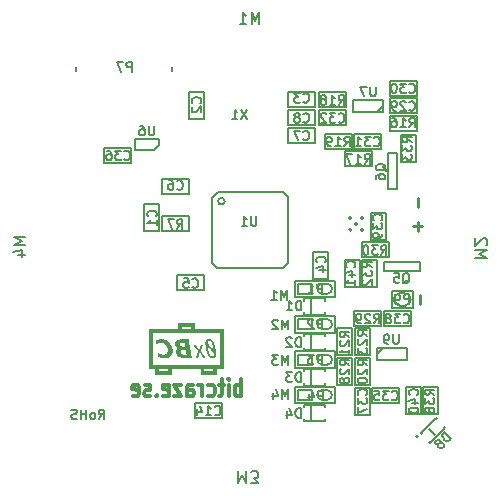
<source format=gbo>
G04 (created by PCBNEW (2013-07-07 BZR 4022)-stable) date 07/06/2014 15:45:15*
%MOIN*%
G04 Gerber Fmt 3.4, Leading zero omitted, Abs format*
%FSLAX34Y34*%
G01*
G70*
G90*
G04 APERTURE LIST*
%ADD10C,0.00590551*%
%ADD11C,0.007875*%
%ADD12C,0.0079*%
%ADD13C,0.0098*%
%ADD14C,0.0118*%
%ADD15C,0.00985*%
%ADD16C,0.0099*%
%ADD17C,0.005*%
%ADD18C,0.0001*%
G04 APERTURE END LIST*
G54D10*
G54D11*
X10714Y-5718D02*
X10819Y-5568D01*
X10894Y-5718D02*
X10894Y-5403D01*
X10774Y-5403D01*
X10744Y-5418D01*
X10729Y-5433D01*
X10714Y-5463D01*
X10714Y-5508D01*
X10729Y-5538D01*
X10744Y-5553D01*
X10774Y-5568D01*
X10894Y-5568D01*
X10534Y-5718D02*
X10564Y-5703D01*
X10579Y-5688D01*
X10594Y-5658D01*
X10594Y-5568D01*
X10579Y-5538D01*
X10564Y-5523D01*
X10534Y-5508D01*
X10489Y-5508D01*
X10459Y-5523D01*
X10444Y-5538D01*
X10429Y-5568D01*
X10429Y-5658D01*
X10444Y-5688D01*
X10459Y-5703D01*
X10489Y-5718D01*
X10534Y-5718D01*
X10294Y-5718D02*
X10294Y-5403D01*
X10294Y-5553D02*
X10114Y-5553D01*
X10114Y-5718D02*
X10114Y-5403D01*
X9979Y-5703D02*
X9934Y-5718D01*
X9859Y-5718D01*
X9829Y-5703D01*
X9814Y-5688D01*
X9799Y-5658D01*
X9799Y-5628D01*
X9814Y-5598D01*
X9829Y-5583D01*
X9859Y-5568D01*
X9919Y-5553D01*
X9949Y-5538D01*
X9964Y-5523D01*
X9979Y-5493D01*
X9979Y-5463D01*
X9964Y-5433D01*
X9949Y-5418D01*
X9919Y-5403D01*
X9844Y-5403D01*
X9799Y-5418D01*
G54D12*
G54D13*
X21422Y-1886D02*
X21422Y-1585D01*
G54D14*
X15470Y-4963D02*
X15470Y-4372D01*
X15470Y-4597D02*
X15425Y-4569D01*
X15335Y-4569D01*
X15290Y-4597D01*
X15268Y-4625D01*
X15245Y-4681D01*
X15245Y-4850D01*
X15268Y-4906D01*
X15290Y-4935D01*
X15335Y-4963D01*
X15425Y-4963D01*
X15470Y-4935D01*
X15043Y-4963D02*
X15043Y-4569D01*
X15043Y-4372D02*
X15065Y-4400D01*
X15043Y-4428D01*
X15020Y-4400D01*
X15043Y-4372D01*
X15043Y-4428D01*
X14885Y-4569D02*
X14706Y-4569D01*
X14818Y-4372D02*
X14818Y-4878D01*
X14796Y-4935D01*
X14751Y-4963D01*
X14706Y-4963D01*
X14346Y-4935D02*
X14391Y-4963D01*
X14481Y-4963D01*
X14526Y-4935D01*
X14548Y-4906D01*
X14571Y-4850D01*
X14571Y-4681D01*
X14548Y-4625D01*
X14526Y-4597D01*
X14481Y-4569D01*
X14391Y-4569D01*
X14346Y-4597D01*
X14144Y-4963D02*
X14144Y-4569D01*
X14144Y-4681D02*
X14121Y-4625D01*
X14099Y-4597D01*
X14054Y-4569D01*
X14009Y-4569D01*
X13649Y-4963D02*
X13649Y-4653D01*
X13672Y-4597D01*
X13717Y-4569D01*
X13807Y-4569D01*
X13852Y-4597D01*
X13649Y-4935D02*
X13694Y-4963D01*
X13807Y-4963D01*
X13852Y-4935D01*
X13874Y-4878D01*
X13874Y-4822D01*
X13852Y-4766D01*
X13807Y-4738D01*
X13694Y-4738D01*
X13649Y-4709D01*
X13469Y-4569D02*
X13222Y-4569D01*
X13469Y-4963D01*
X13222Y-4963D01*
X12863Y-4935D02*
X12908Y-4963D01*
X12997Y-4963D01*
X13042Y-4935D01*
X13065Y-4878D01*
X13065Y-4653D01*
X13042Y-4597D01*
X12997Y-4569D01*
X12908Y-4569D01*
X12863Y-4597D01*
X12840Y-4653D01*
X12840Y-4709D01*
X13065Y-4766D01*
X12638Y-4906D02*
X12615Y-4935D01*
X12638Y-4963D01*
X12660Y-4935D01*
X12638Y-4906D01*
X12638Y-4963D01*
X12436Y-4935D02*
X12391Y-4963D01*
X12301Y-4963D01*
X12256Y-4935D01*
X12233Y-4878D01*
X12233Y-4850D01*
X12256Y-4794D01*
X12301Y-4766D01*
X12368Y-4766D01*
X12413Y-4738D01*
X12436Y-4681D01*
X12436Y-4653D01*
X12413Y-4597D01*
X12368Y-4569D01*
X12301Y-4569D01*
X12256Y-4597D01*
X11851Y-4935D02*
X11896Y-4963D01*
X11986Y-4963D01*
X12031Y-4935D01*
X12053Y-4878D01*
X12053Y-4653D01*
X12031Y-4597D01*
X11986Y-4569D01*
X11896Y-4569D01*
X11851Y-4597D01*
X11829Y-4653D01*
X11829Y-4709D01*
X12053Y-4766D01*
G54D12*
X8269Y359D02*
X7875Y359D01*
X8157Y228D01*
X7875Y96D01*
X8269Y96D01*
X8007Y-259D02*
X8269Y-259D01*
X7857Y-165D02*
X8138Y-71D01*
X8138Y-315D01*
X15370Y-7457D02*
X15370Y-7851D01*
X15501Y-7569D01*
X15632Y-7851D01*
X15632Y-7457D01*
X15782Y-7851D02*
X16026Y-7851D01*
X15895Y-7701D01*
X15951Y-7701D01*
X15989Y-7682D01*
X16008Y-7663D01*
X16026Y-7626D01*
X16026Y-7532D01*
X16008Y-7494D01*
X15989Y-7476D01*
X15951Y-7457D01*
X15839Y-7457D01*
X15801Y-7476D01*
X15782Y-7494D01*
X23265Y-357D02*
X23659Y-357D01*
X23378Y-225D01*
X23659Y-94D01*
X23265Y-94D01*
X23622Y74D02*
X23641Y93D01*
X23659Y130D01*
X23659Y224D01*
X23641Y262D01*
X23622Y280D01*
X23584Y299D01*
X23547Y299D01*
X23490Y280D01*
X23265Y55D01*
X23265Y299D01*
X16067Y7440D02*
X16067Y7834D01*
X15935Y7552D01*
X15804Y7834D01*
X15804Y7440D01*
X15410Y7440D02*
X15635Y7440D01*
X15522Y7440D02*
X15522Y7834D01*
X15560Y7777D01*
X15598Y7740D01*
X15635Y7721D01*
G54D11*
X17027Y-5048D02*
X17027Y-4733D01*
X16922Y-4958D01*
X16817Y-4733D01*
X16817Y-5048D01*
X16532Y-4838D02*
X16532Y-5048D01*
X16607Y-4718D02*
X16682Y-4943D01*
X16487Y-4943D01*
G54D12*
G54D11*
X17027Y-3907D02*
X17027Y-3592D01*
X16922Y-3817D01*
X16817Y-3592D01*
X16817Y-3907D01*
X16697Y-3592D02*
X16502Y-3592D01*
X16607Y-3712D01*
X16562Y-3712D01*
X16532Y-3727D01*
X16517Y-3742D01*
X16502Y-3772D01*
X16502Y-3847D01*
X16517Y-3877D01*
X16532Y-3892D01*
X16562Y-3907D01*
X16652Y-3907D01*
X16682Y-3892D01*
X16697Y-3877D01*
G54D12*
G54D11*
X17027Y-2725D02*
X17027Y-2410D01*
X16922Y-2635D01*
X16817Y-2410D01*
X16817Y-2725D01*
X16682Y-2440D02*
X16667Y-2425D01*
X16637Y-2410D01*
X16562Y-2410D01*
X16532Y-2425D01*
X16517Y-2440D01*
X16502Y-2470D01*
X16502Y-2500D01*
X16517Y-2545D01*
X16697Y-2725D01*
X16502Y-2725D01*
G54D12*
G54D11*
X16987Y-1741D02*
X16987Y-1426D01*
X16882Y-1651D01*
X16777Y-1426D01*
X16777Y-1741D01*
X16462Y-1741D02*
X16642Y-1741D01*
X16552Y-1741D02*
X16552Y-1426D01*
X16582Y-1471D01*
X16612Y-1501D01*
X16642Y-1516D01*
G54D12*
G54D15*
X21348Y1346D02*
X21348Y1647D01*
G54D16*
G54D15*
X21188Y700D02*
X21489Y700D01*
X21339Y550D02*
X21339Y850D01*
G54D16*
G54D12*
X13169Y5867D02*
X13169Y6024D01*
X9941Y5867D02*
X9941Y6024D01*
X19972Y-3544D02*
X20172Y-3344D01*
X19972Y-3744D02*
X19972Y-3344D01*
X19972Y-3344D02*
X20972Y-3344D01*
X20972Y-3344D02*
X20972Y-3744D01*
X20972Y-3744D02*
X19972Y-3744D01*
X19983Y4525D02*
X20183Y4725D01*
X20183Y4525D02*
X20183Y4925D01*
X20183Y4925D02*
X19183Y4925D01*
X19183Y4925D02*
X19183Y4525D01*
X19183Y4525D02*
X20183Y4525D01*
G54D17*
X22022Y-5568D02*
X22022Y-4668D01*
X22022Y-4668D02*
X21522Y-4668D01*
X21522Y-4668D02*
X21522Y-5568D01*
X21522Y-5568D02*
X22022Y-5568D01*
X20362Y3159D02*
X20362Y1959D01*
X20362Y1959D02*
X20662Y1959D01*
X20662Y1959D02*
X20662Y3159D01*
X20662Y3159D02*
X20362Y3159D01*
X20227Y-780D02*
X21427Y-780D01*
X21427Y-780D02*
X21427Y-480D01*
X21427Y-480D02*
X20227Y-480D01*
X20227Y-480D02*
X20227Y-780D01*
G54D12*
X20473Y-2008D02*
X21181Y-2008D01*
X21181Y-2008D02*
X21181Y-1456D01*
X21181Y-1456D02*
X20473Y-1456D01*
X20473Y-1456D02*
X20473Y-2008D01*
G54D17*
X20774Y3757D02*
X20774Y2857D01*
X20774Y2857D02*
X21274Y2857D01*
X21274Y2857D02*
X21274Y3757D01*
X21274Y3757D02*
X20774Y3757D01*
G54D12*
X18582Y-2835D02*
X18582Y-2283D01*
X18582Y-2283D02*
X17244Y-2283D01*
X17244Y-2283D02*
X17244Y-2835D01*
X17244Y-2835D02*
X18582Y-2835D01*
X18582Y-5197D02*
X18582Y-4645D01*
X18582Y-4645D02*
X17244Y-4645D01*
X17244Y-4645D02*
X17244Y-5197D01*
X17244Y-5197D02*
X18582Y-5197D01*
X18582Y-1654D02*
X18582Y-1102D01*
X18582Y-1102D02*
X17244Y-1102D01*
X17244Y-1102D02*
X17244Y-1654D01*
X17244Y-1654D02*
X18582Y-1654D01*
X18582Y-4016D02*
X18582Y-3464D01*
X18582Y-3464D02*
X17244Y-3464D01*
X17244Y-3464D02*
X17244Y-4016D01*
X17244Y-4016D02*
X18582Y-4016D01*
G54D17*
X14488Y-511D02*
X14646Y-669D01*
X14646Y-669D02*
X16850Y-669D01*
X16850Y-669D02*
X17008Y-511D01*
X17008Y-511D02*
X17008Y1693D01*
X17008Y1693D02*
X16850Y1851D01*
X16850Y1851D02*
X14685Y1851D01*
X14685Y1851D02*
X14488Y1654D01*
X14488Y1654D02*
X14488Y-511D01*
X14909Y1541D02*
G75*
G03X14909Y1541I-111J0D01*
G74*
G01*
X17795Y-5236D02*
X17795Y-5788D01*
X18267Y-5315D02*
X18267Y-5236D01*
X18267Y-5788D02*
X18267Y-5709D01*
X17559Y-5709D02*
X17559Y-5788D01*
X17559Y-5236D02*
X17559Y-5315D01*
X17559Y-5236D02*
X18267Y-5236D01*
X18267Y-5788D02*
X17559Y-5788D01*
X17795Y-4055D02*
X17795Y-4607D01*
X18267Y-4134D02*
X18267Y-4055D01*
X18267Y-4607D02*
X18267Y-4528D01*
X17559Y-4528D02*
X17559Y-4607D01*
X17559Y-4055D02*
X17559Y-4134D01*
X17559Y-4055D02*
X18267Y-4055D01*
X18267Y-4607D02*
X17559Y-4607D01*
X17795Y-2874D02*
X17795Y-3426D01*
X18267Y-2953D02*
X18267Y-2874D01*
X18267Y-3426D02*
X18267Y-3347D01*
X17559Y-3347D02*
X17559Y-3426D01*
X17559Y-2874D02*
X17559Y-2953D01*
X17559Y-2874D02*
X18267Y-2874D01*
X18267Y-3426D02*
X17559Y-3426D01*
X17795Y-1693D02*
X17795Y-2245D01*
X18267Y-1772D02*
X18267Y-1693D01*
X18267Y-2245D02*
X18267Y-2166D01*
X17559Y-2166D02*
X17559Y-2245D01*
X17559Y-1693D02*
X17559Y-1772D01*
X17559Y-1693D02*
X18267Y-1693D01*
X18267Y-2245D02*
X17559Y-2245D01*
X19974Y-1316D02*
X19974Y-416D01*
X19974Y-416D02*
X19474Y-416D01*
X19474Y-416D02*
X19474Y-1316D01*
X19474Y-1316D02*
X19974Y-1316D01*
X20371Y172D02*
X19471Y172D01*
X19471Y172D02*
X19471Y-328D01*
X19471Y-328D02*
X20371Y-328D01*
X20371Y-328D02*
X20371Y172D01*
X19235Y-2613D02*
X20135Y-2613D01*
X20135Y-2613D02*
X20135Y-2113D01*
X20135Y-2113D02*
X19235Y-2113D01*
X19235Y-2113D02*
X19235Y-2613D01*
X13718Y1037D02*
X12818Y1037D01*
X12818Y1037D02*
X12818Y537D01*
X12818Y537D02*
X13718Y537D01*
X13718Y537D02*
X13718Y1037D01*
X19147Y-4585D02*
X19147Y-3685D01*
X19147Y-3685D02*
X18647Y-3685D01*
X18647Y-3685D02*
X18647Y-4585D01*
X18647Y-4585D02*
X19147Y-4585D01*
X19738Y-3600D02*
X19738Y-2700D01*
X19738Y-2700D02*
X19238Y-2700D01*
X19238Y-2700D02*
X19238Y-3600D01*
X19238Y-3600D02*
X19738Y-3600D01*
X18648Y-2700D02*
X18648Y-3600D01*
X18648Y-3600D02*
X19148Y-3600D01*
X19148Y-3600D02*
X19148Y-2700D01*
X19148Y-2700D02*
X18648Y-2700D01*
X19238Y-3685D02*
X19238Y-4585D01*
X19238Y-4585D02*
X19738Y-4585D01*
X19738Y-4585D02*
X19738Y-3685D01*
X19738Y-3685D02*
X19238Y-3685D01*
X20416Y3884D02*
X21316Y3884D01*
X21316Y3884D02*
X21316Y4384D01*
X21316Y4384D02*
X20416Y4384D01*
X20416Y4384D02*
X20416Y3884D01*
X19820Y3203D02*
X18920Y3203D01*
X18920Y3203D02*
X18920Y2703D01*
X18920Y2703D02*
X19820Y2703D01*
X19820Y2703D02*
X19820Y3203D01*
X18054Y4671D02*
X18954Y4671D01*
X18954Y4671D02*
X18954Y5171D01*
X18954Y5171D02*
X18054Y5171D01*
X18054Y5171D02*
X18054Y4671D01*
X18251Y3293D02*
X19151Y3293D01*
X19151Y3293D02*
X19151Y3793D01*
X19151Y3793D02*
X18251Y3793D01*
X18251Y3793D02*
X18251Y3293D01*
X14820Y-5183D02*
X13920Y-5183D01*
X13920Y-5183D02*
X13920Y-5683D01*
X13920Y-5683D02*
X14820Y-5683D01*
X14820Y-5683D02*
X14820Y-5183D01*
X17030Y4080D02*
X17930Y4080D01*
X17930Y4080D02*
X17930Y4580D01*
X17930Y4580D02*
X17030Y4580D01*
X17030Y4580D02*
X17030Y4080D01*
X17030Y3489D02*
X17930Y3489D01*
X17930Y3489D02*
X17930Y3989D01*
X17930Y3989D02*
X17030Y3989D01*
X17030Y3989D02*
X17030Y3489D01*
X13718Y2297D02*
X12818Y2297D01*
X12818Y2297D02*
X12818Y1797D01*
X12818Y1797D02*
X13718Y1797D01*
X13718Y1797D02*
X13718Y2297D01*
X14229Y-931D02*
X13329Y-931D01*
X13329Y-931D02*
X13329Y-1431D01*
X13329Y-1431D02*
X14229Y-1431D01*
X14229Y-1431D02*
X14229Y-931D01*
X18360Y-1041D02*
X18360Y-141D01*
X18360Y-141D02*
X17860Y-141D01*
X17860Y-141D02*
X17860Y-1041D01*
X17860Y-1041D02*
X18360Y-1041D01*
X17030Y4670D02*
X17930Y4670D01*
X17930Y4670D02*
X17930Y5170D01*
X17930Y5170D02*
X17030Y5170D01*
X17030Y5170D02*
X17030Y4670D01*
X13726Y5174D02*
X13726Y4274D01*
X13726Y4274D02*
X14226Y4274D01*
X14226Y4274D02*
X14226Y5174D01*
X14226Y5174D02*
X13726Y5174D01*
X12730Y534D02*
X12730Y1434D01*
X12730Y1434D02*
X12230Y1434D01*
X12230Y1434D02*
X12230Y534D01*
X12230Y534D02*
X12730Y534D01*
X18923Y-416D02*
X18923Y-1316D01*
X18923Y-1316D02*
X19423Y-1316D01*
X19423Y-1316D02*
X19423Y-416D01*
X19423Y-416D02*
X18923Y-416D01*
X20943Y-4668D02*
X20943Y-5568D01*
X20943Y-5568D02*
X21443Y-5568D01*
X21443Y-5568D02*
X21443Y-4668D01*
X21443Y-4668D02*
X20943Y-4668D01*
X20289Y260D02*
X20289Y1160D01*
X20289Y1160D02*
X19789Y1160D01*
X19789Y1160D02*
X19789Y260D01*
X19789Y260D02*
X20289Y260D01*
X21119Y-2113D02*
X20219Y-2113D01*
X20219Y-2113D02*
X20219Y-2613D01*
X20219Y-2613D02*
X21119Y-2613D01*
X21119Y-2613D02*
X21119Y-2113D01*
X19238Y-4669D02*
X19238Y-5569D01*
X19238Y-5569D02*
X19738Y-5569D01*
X19738Y-5569D02*
X19738Y-4669D01*
X19738Y-4669D02*
X19238Y-4669D01*
X10889Y2821D02*
X11789Y2821D01*
X11789Y2821D02*
X11789Y3321D01*
X11789Y3321D02*
X10889Y3321D01*
X10889Y3321D02*
X10889Y2821D01*
X19826Y-5171D02*
X20726Y-5171D01*
X20726Y-5171D02*
X20726Y-4671D01*
X20726Y-4671D02*
X19826Y-4671D01*
X19826Y-4671D02*
X19826Y-5171D01*
X18954Y4581D02*
X18054Y4581D01*
X18054Y4581D02*
X18054Y4081D01*
X18054Y4081D02*
X18954Y4081D01*
X18954Y4081D02*
X18954Y4581D01*
X20133Y3794D02*
X19233Y3794D01*
X19233Y3794D02*
X19233Y3294D01*
X19233Y3294D02*
X20133Y3294D01*
X20133Y3294D02*
X20133Y3794D01*
X20416Y5065D02*
X21316Y5065D01*
X21316Y5065D02*
X21316Y5565D01*
X21316Y5565D02*
X20416Y5565D01*
X20416Y5565D02*
X20416Y5065D01*
X21316Y4975D02*
X20416Y4975D01*
X20416Y4975D02*
X20416Y4475D01*
X20416Y4475D02*
X21316Y4475D01*
X21316Y4475D02*
X21316Y4975D01*
G54D12*
X11929Y3248D02*
X12540Y3248D01*
X12540Y3248D02*
X12717Y3425D01*
X12717Y3425D02*
X12717Y3602D01*
X11929Y3248D02*
X11929Y3602D01*
X11929Y3602D02*
X12717Y3602D01*
G54D18*
G36*
X14659Y-4259D02*
X14659Y-4044D01*
X14883Y-4043D01*
X14883Y-2729D01*
X13905Y-2728D01*
X13905Y-2513D01*
X13352Y-2513D01*
X13352Y-2728D01*
X12383Y-2728D01*
X12383Y-4044D01*
X12513Y-4044D01*
X12513Y-3914D01*
X12513Y-2858D01*
X13482Y-2858D01*
X13482Y-2729D01*
X13482Y-2643D01*
X13775Y-2643D01*
X13775Y-2729D01*
X13482Y-2729D01*
X13482Y-2858D01*
X14753Y-2858D01*
X14753Y-3914D01*
X12513Y-3914D01*
X12513Y-4044D01*
X12598Y-4044D01*
X12598Y-4259D01*
X12728Y-4259D01*
X12728Y-4129D01*
X12728Y-4043D01*
X13021Y-4043D01*
X13021Y-4129D01*
X12728Y-4129D01*
X12728Y-4259D01*
X13150Y-4259D01*
X13150Y-4044D01*
X14107Y-4044D01*
X14107Y-4259D01*
X14236Y-4259D01*
X14236Y-4129D01*
X14236Y-4043D01*
X14529Y-4043D01*
X14529Y-4129D01*
X14236Y-4129D01*
X14236Y-4259D01*
X14659Y-4259D01*
X14659Y-4259D01*
G37*
G36*
X12901Y-3690D02*
X12908Y-3690D01*
X12915Y-3690D01*
X12942Y-3688D01*
X12970Y-3685D01*
X12997Y-3679D01*
X13023Y-3671D01*
X13047Y-3661D01*
X13069Y-3648D01*
X13090Y-3633D01*
X13096Y-3628D01*
X13103Y-3622D01*
X13110Y-3614D01*
X13117Y-3607D01*
X13123Y-3601D01*
X13129Y-3593D01*
X13143Y-3573D01*
X13154Y-3552D01*
X13163Y-3530D01*
X13169Y-3506D01*
X13173Y-3480D01*
X13174Y-3474D01*
X13175Y-3455D01*
X13175Y-3435D01*
X13174Y-3414D01*
X13173Y-3392D01*
X13170Y-3372D01*
X13166Y-3355D01*
X13158Y-3323D01*
X13148Y-3293D01*
X13135Y-3264D01*
X13119Y-3235D01*
X13101Y-3209D01*
X13081Y-3184D01*
X13059Y-3160D01*
X13049Y-3151D01*
X13029Y-3133D01*
X13007Y-3118D01*
X12984Y-3104D01*
X12979Y-3101D01*
X12951Y-3087D01*
X12922Y-3076D01*
X12891Y-3067D01*
X12860Y-3061D01*
X12827Y-3057D01*
X12825Y-3057D01*
X12817Y-3056D01*
X12807Y-3056D01*
X12797Y-3056D01*
X12786Y-3056D01*
X12775Y-3056D01*
X12766Y-3057D01*
X12759Y-3057D01*
X12752Y-3058D01*
X12718Y-3064D01*
X12684Y-3072D01*
X12650Y-3082D01*
X12616Y-3096D01*
X12614Y-3096D01*
X12609Y-3099D01*
X12606Y-3100D01*
X12605Y-3101D01*
X12604Y-3102D01*
X12604Y-3103D01*
X12604Y-3103D01*
X12605Y-3106D01*
X12606Y-3111D01*
X12607Y-3118D01*
X12609Y-3126D01*
X12610Y-3135D01*
X12612Y-3146D01*
X12615Y-3157D01*
X12617Y-3168D01*
X12619Y-3179D01*
X12621Y-3190D01*
X12623Y-3200D01*
X12625Y-3209D01*
X12626Y-3216D01*
X12628Y-3222D01*
X12628Y-3226D01*
X12629Y-3227D01*
X12629Y-3227D01*
X12630Y-3226D01*
X12633Y-3224D01*
X12637Y-3221D01*
X12650Y-3213D01*
X12671Y-3200D01*
X12693Y-3190D01*
X12715Y-3182D01*
X12737Y-3176D01*
X12761Y-3172D01*
X12764Y-3171D01*
X12770Y-3171D01*
X12779Y-3171D01*
X12788Y-3170D01*
X12796Y-3170D01*
X12804Y-3170D01*
X12810Y-3171D01*
X12820Y-3172D01*
X12842Y-3176D01*
X12862Y-3182D01*
X12882Y-3191D01*
X12890Y-3195D01*
X12906Y-3205D01*
X12921Y-3216D01*
X12936Y-3230D01*
X12950Y-3245D01*
X12966Y-3265D01*
X12979Y-3287D01*
X12990Y-3310D01*
X12999Y-3334D01*
X13006Y-3360D01*
X13010Y-3388D01*
X13010Y-3392D01*
X13011Y-3400D01*
X13011Y-3411D01*
X13012Y-3421D01*
X13012Y-3432D01*
X13011Y-3441D01*
X13011Y-3448D01*
X13010Y-3451D01*
X13007Y-3470D01*
X13002Y-3488D01*
X12996Y-3504D01*
X12987Y-3518D01*
X12985Y-3521D01*
X12978Y-3530D01*
X12970Y-3538D01*
X12962Y-3545D01*
X12962Y-3546D01*
X12947Y-3556D01*
X12931Y-3564D01*
X12912Y-3570D01*
X12892Y-3574D01*
X12888Y-3574D01*
X12881Y-3575D01*
X12872Y-3575D01*
X12863Y-3575D01*
X12854Y-3575D01*
X12846Y-3575D01*
X12839Y-3574D01*
X12828Y-3573D01*
X12806Y-3568D01*
X12784Y-3563D01*
X12762Y-3555D01*
X12738Y-3545D01*
X12713Y-3534D01*
X12687Y-3521D01*
X12684Y-3519D01*
X12680Y-3517D01*
X12677Y-3515D01*
X12675Y-3515D01*
X12675Y-3515D01*
X12676Y-3517D01*
X12676Y-3521D01*
X12678Y-3527D01*
X12679Y-3535D01*
X12681Y-3544D01*
X12683Y-3555D01*
X12685Y-3566D01*
X12688Y-3577D01*
X12690Y-3589D01*
X12692Y-3601D01*
X12694Y-3612D01*
X12696Y-3622D01*
X12698Y-3631D01*
X12700Y-3639D01*
X12701Y-3644D01*
X12702Y-3648D01*
X12702Y-3650D01*
X12703Y-3650D01*
X12705Y-3651D01*
X12710Y-3652D01*
X12715Y-3654D01*
X12722Y-3656D01*
X12729Y-3659D01*
X12736Y-3661D01*
X12743Y-3663D01*
X12748Y-3664D01*
X12755Y-3667D01*
X12791Y-3676D01*
X12825Y-3683D01*
X12859Y-3687D01*
X12892Y-3690D01*
X12896Y-3690D01*
X12901Y-3690D01*
X12901Y-3690D01*
G37*
G36*
X14502Y-3683D02*
X14509Y-3683D01*
X14516Y-3683D01*
X14523Y-3682D01*
X14529Y-3682D01*
X14534Y-3681D01*
X14539Y-3680D01*
X14554Y-3677D01*
X14568Y-3671D01*
X14579Y-3664D01*
X14589Y-3656D01*
X14593Y-3651D01*
X14603Y-3638D01*
X14611Y-3623D01*
X14617Y-3607D01*
X14618Y-3604D01*
X14621Y-3588D01*
X14624Y-3569D01*
X14625Y-3549D01*
X14625Y-3526D01*
X14624Y-3502D01*
X14621Y-3475D01*
X14618Y-3446D01*
X14613Y-3415D01*
X14607Y-3382D01*
X14599Y-3346D01*
X14596Y-3330D01*
X14588Y-3297D01*
X14580Y-3267D01*
X14571Y-3238D01*
X14563Y-3213D01*
X14553Y-3189D01*
X14544Y-3168D01*
X14534Y-3149D01*
X14523Y-3132D01*
X14512Y-3117D01*
X14509Y-3113D01*
X14503Y-3107D01*
X14497Y-3101D01*
X14491Y-3095D01*
X14486Y-3090D01*
X14482Y-3086D01*
X14479Y-3084D01*
X14463Y-3074D01*
X14447Y-3066D01*
X14429Y-3060D01*
X14410Y-3056D01*
X14390Y-3055D01*
X14384Y-3054D01*
X14365Y-3055D01*
X14348Y-3058D01*
X14332Y-3063D01*
X14318Y-3070D01*
X14306Y-3079D01*
X14296Y-3090D01*
X14287Y-3103D01*
X14280Y-3119D01*
X14275Y-3137D01*
X14273Y-3143D01*
X14270Y-3161D01*
X14268Y-3182D01*
X14268Y-3205D01*
X14269Y-3231D01*
X14271Y-3259D01*
X14275Y-3288D01*
X14280Y-3321D01*
X14286Y-3355D01*
X14293Y-3391D01*
X14297Y-3406D01*
X14305Y-3441D01*
X14313Y-3472D01*
X14322Y-3501D01*
X14332Y-3528D01*
X14341Y-3552D01*
X14351Y-3573D01*
X14361Y-3592D01*
X14362Y-3593D01*
X14372Y-3609D01*
X14384Y-3623D01*
X14396Y-3637D01*
X14408Y-3649D01*
X14421Y-3658D01*
X14429Y-3663D01*
X14443Y-3670D01*
X14459Y-3676D01*
X14476Y-3680D01*
X14494Y-3683D01*
X14494Y-3624D01*
X14481Y-3623D01*
X14468Y-3618D01*
X14455Y-3612D01*
X14443Y-3603D01*
X14433Y-3592D01*
X14427Y-3584D01*
X14418Y-3569D01*
X14408Y-3551D01*
X14399Y-3531D01*
X14390Y-3508D01*
X14382Y-3483D01*
X14373Y-3455D01*
X14366Y-3425D01*
X14358Y-3394D01*
X14351Y-3360D01*
X14345Y-3324D01*
X14344Y-3319D01*
X14343Y-3311D01*
X14342Y-3302D01*
X14340Y-3293D01*
X14339Y-3284D01*
X14338Y-3276D01*
X14337Y-3269D01*
X14336Y-3263D01*
X14336Y-3259D01*
X14336Y-3258D01*
X14337Y-3259D01*
X14339Y-3262D01*
X14343Y-3267D01*
X14348Y-3274D01*
X14355Y-3282D01*
X14362Y-3291D01*
X14370Y-3302D01*
X14380Y-3314D01*
X14390Y-3327D01*
X14400Y-3341D01*
X14411Y-3355D01*
X14423Y-3370D01*
X14434Y-3385D01*
X14446Y-3400D01*
X14470Y-3431D01*
X14481Y-3446D01*
X14492Y-3460D01*
X14503Y-3474D01*
X14513Y-3487D01*
X14522Y-3499D01*
X14531Y-3510D01*
X14538Y-3520D01*
X14545Y-3528D01*
X14550Y-3535D01*
X14554Y-3540D01*
X14555Y-3541D01*
X14555Y-3465D01*
X14555Y-3464D01*
X14553Y-3462D01*
X14550Y-3458D01*
X14545Y-3452D01*
X14539Y-3445D01*
X14532Y-3436D01*
X14524Y-3425D01*
X14515Y-3414D01*
X14506Y-3401D01*
X14495Y-3388D01*
X14484Y-3374D01*
X14473Y-3360D01*
X14462Y-3345D01*
X14450Y-3330D01*
X14438Y-3314D01*
X14426Y-3299D01*
X14415Y-3284D01*
X14404Y-3270D01*
X14393Y-3256D01*
X14383Y-3243D01*
X14373Y-3231D01*
X14365Y-3220D01*
X14357Y-3210D01*
X14350Y-3201D01*
X14345Y-3194D01*
X14341Y-3188D01*
X14338Y-3184D01*
X14337Y-3183D01*
X14336Y-3182D01*
X14336Y-3180D01*
X14337Y-3175D01*
X14338Y-3169D01*
X14339Y-3162D01*
X14342Y-3155D01*
X14344Y-3149D01*
X14346Y-3144D01*
X14352Y-3133D01*
X14360Y-3125D01*
X14369Y-3119D01*
X14380Y-3115D01*
X14393Y-3113D01*
X14401Y-3113D01*
X14415Y-3115D01*
X14428Y-3120D01*
X14440Y-3128D01*
X14452Y-3138D01*
X14458Y-3143D01*
X14463Y-3149D01*
X14468Y-3156D01*
X14473Y-3165D01*
X14473Y-3165D01*
X14483Y-3183D01*
X14492Y-3203D01*
X14501Y-3225D01*
X14510Y-3250D01*
X14518Y-3278D01*
X14526Y-3307D01*
X14533Y-3339D01*
X14540Y-3372D01*
X14546Y-3407D01*
X14552Y-3444D01*
X14553Y-3447D01*
X14554Y-3454D01*
X14554Y-3459D01*
X14555Y-3463D01*
X14555Y-3465D01*
X14555Y-3541D01*
X14556Y-3543D01*
X14557Y-3544D01*
X14557Y-3545D01*
X14558Y-3547D01*
X14557Y-3552D01*
X14556Y-3558D01*
X14555Y-3564D01*
X14554Y-3571D01*
X14552Y-3578D01*
X14550Y-3583D01*
X14550Y-3585D01*
X14547Y-3592D01*
X14544Y-3597D01*
X14541Y-3602D01*
X14536Y-3609D01*
X14527Y-3616D01*
X14517Y-3621D01*
X14505Y-3624D01*
X14494Y-3624D01*
X14494Y-3683D01*
X14495Y-3683D01*
X14497Y-3683D01*
X14502Y-3683D01*
X14502Y-3683D01*
G37*
G36*
X13746Y-3678D02*
X13761Y-3678D01*
X13774Y-3678D01*
X13785Y-3678D01*
X13794Y-3678D01*
X13801Y-3678D01*
X13807Y-3678D01*
X13812Y-3678D01*
X13815Y-3678D01*
X13818Y-3678D01*
X13820Y-3678D01*
X13821Y-3678D01*
X13821Y-3677D01*
X13821Y-3677D01*
X13821Y-3677D01*
X13821Y-3674D01*
X13820Y-3668D01*
X13818Y-3660D01*
X13816Y-3650D01*
X13814Y-3638D01*
X13811Y-3625D01*
X13808Y-3609D01*
X13801Y-3573D01*
X13797Y-3553D01*
X13789Y-3510D01*
X13785Y-3487D01*
X13776Y-3440D01*
X13766Y-3390D01*
X13756Y-3341D01*
X13747Y-3292D01*
X13742Y-3268D01*
X13734Y-3222D01*
X13725Y-3180D01*
X13722Y-3161D01*
X13718Y-3143D01*
X13715Y-3127D01*
X13712Y-3112D01*
X13710Y-3100D01*
X13708Y-3089D01*
X13706Y-3080D01*
X13705Y-3073D01*
X13704Y-3069D01*
X13704Y-3068D01*
X13704Y-3068D01*
X13703Y-3068D01*
X13703Y-3067D01*
X13702Y-3067D01*
X13700Y-3067D01*
X13698Y-3067D01*
X13694Y-3067D01*
X13690Y-3067D01*
X13684Y-3067D01*
X13676Y-3067D01*
X13668Y-3067D01*
X13657Y-3067D01*
X13644Y-3067D01*
X13629Y-3067D01*
X13612Y-3067D01*
X13593Y-3067D01*
X13553Y-3067D01*
X13532Y-3067D01*
X13514Y-3067D01*
X13498Y-3067D01*
X13484Y-3067D01*
X13472Y-3067D01*
X13462Y-3067D01*
X13453Y-3067D01*
X13445Y-3068D01*
X13439Y-3068D01*
X13433Y-3068D01*
X13429Y-3068D01*
X13424Y-3068D01*
X13420Y-3069D01*
X13416Y-3069D01*
X13413Y-3069D01*
X13409Y-3070D01*
X13394Y-3072D01*
X13370Y-3076D01*
X13348Y-3082D01*
X13329Y-3089D01*
X13313Y-3097D01*
X13298Y-3107D01*
X13286Y-3118D01*
X13276Y-3131D01*
X13268Y-3145D01*
X13262Y-3161D01*
X13259Y-3178D01*
X13259Y-3180D01*
X13258Y-3193D01*
X13258Y-3207D01*
X13259Y-3221D01*
X13261Y-3234D01*
X13263Y-3242D01*
X13269Y-3261D01*
X13278Y-3279D01*
X13288Y-3295D01*
X13300Y-3310D01*
X13314Y-3324D01*
X13329Y-3334D01*
X13331Y-3336D01*
X13339Y-3340D01*
X13349Y-3344D01*
X13358Y-3348D01*
X13361Y-3349D01*
X13364Y-3350D01*
X13366Y-3351D01*
X13366Y-3351D01*
X13365Y-3352D01*
X13361Y-3353D01*
X13349Y-3358D01*
X13335Y-3366D01*
X13323Y-3375D01*
X13313Y-3384D01*
X13305Y-3395D01*
X13297Y-3408D01*
X13292Y-3423D01*
X13287Y-3439D01*
X13287Y-3441D01*
X13286Y-3444D01*
X13286Y-3447D01*
X13285Y-3451D01*
X13285Y-3455D01*
X13285Y-3461D01*
X13285Y-3469D01*
X13285Y-3474D01*
X13285Y-3484D01*
X13286Y-3492D01*
X13286Y-3497D01*
X13288Y-3510D01*
X13293Y-3530D01*
X13300Y-3549D01*
X13308Y-3566D01*
X13318Y-3583D01*
X13321Y-3587D01*
X13326Y-3592D01*
X13330Y-3597D01*
X13336Y-3603D01*
X13343Y-3611D01*
X13361Y-3625D01*
X13381Y-3638D01*
X13402Y-3649D01*
X13426Y-3658D01*
X13452Y-3666D01*
X13479Y-3672D01*
X13508Y-3676D01*
X13539Y-3678D01*
X13540Y-3678D01*
X13544Y-3678D01*
X13551Y-3678D01*
X13560Y-3678D01*
X13571Y-3678D01*
X13583Y-3678D01*
X13598Y-3678D01*
X13614Y-3678D01*
X13615Y-3678D01*
X13615Y-3571D01*
X13605Y-3571D01*
X13593Y-3571D01*
X13582Y-3571D01*
X13569Y-3571D01*
X13557Y-3571D01*
X13548Y-3570D01*
X13540Y-3570D01*
X13534Y-3570D01*
X13528Y-3569D01*
X13524Y-3569D01*
X13519Y-3568D01*
X13515Y-3567D01*
X13511Y-3566D01*
X13501Y-3563D01*
X13487Y-3556D01*
X13474Y-3548D01*
X13463Y-3538D01*
X13455Y-3526D01*
X13448Y-3512D01*
X13444Y-3496D01*
X13443Y-3492D01*
X13442Y-3481D01*
X13442Y-3471D01*
X13442Y-3461D01*
X13444Y-3453D01*
X13444Y-3451D01*
X13446Y-3447D01*
X13448Y-3442D01*
X13449Y-3439D01*
X13452Y-3435D01*
X13456Y-3431D01*
X13458Y-3428D01*
X13467Y-3422D01*
X13478Y-3417D01*
X13491Y-3414D01*
X13506Y-3412D01*
X13509Y-3411D01*
X13515Y-3411D01*
X13524Y-3411D01*
X13535Y-3411D01*
X13549Y-3411D01*
X13552Y-3411D01*
X13552Y-3303D01*
X13541Y-3303D01*
X13531Y-3303D01*
X13522Y-3303D01*
X13513Y-3303D01*
X13505Y-3303D01*
X13499Y-3303D01*
X13495Y-3303D01*
X13493Y-3303D01*
X13485Y-3302D01*
X13471Y-3298D01*
X13459Y-3294D01*
X13448Y-3287D01*
X13439Y-3279D01*
X13431Y-3270D01*
X13424Y-3258D01*
X13420Y-3245D01*
X13419Y-3242D01*
X13418Y-3235D01*
X13418Y-3226D01*
X13418Y-3219D01*
X13419Y-3212D01*
X13420Y-3207D01*
X13425Y-3198D01*
X13431Y-3189D01*
X13440Y-3183D01*
X13451Y-3178D01*
X13464Y-3175D01*
X13466Y-3175D01*
X13469Y-3175D01*
X13473Y-3175D01*
X13479Y-3175D01*
X13486Y-3174D01*
X13495Y-3174D01*
X13506Y-3174D01*
X13520Y-3174D01*
X13530Y-3174D01*
X13541Y-3174D01*
X13550Y-3174D01*
X13558Y-3174D01*
X13564Y-3175D01*
X13568Y-3175D01*
X13569Y-3175D01*
X13569Y-3176D01*
X13570Y-3180D01*
X13571Y-3186D01*
X13573Y-3194D01*
X13574Y-3203D01*
X13576Y-3214D01*
X13579Y-3226D01*
X13584Y-3251D01*
X13586Y-3263D01*
X13588Y-3274D01*
X13590Y-3284D01*
X13592Y-3292D01*
X13593Y-3298D01*
X13593Y-3302D01*
X13594Y-3303D01*
X13593Y-3303D01*
X13591Y-3303D01*
X13586Y-3303D01*
X13579Y-3303D01*
X13571Y-3303D01*
X13562Y-3303D01*
X13552Y-3303D01*
X13552Y-3411D01*
X13565Y-3411D01*
X13615Y-3411D01*
X13633Y-3504D01*
X13640Y-3542D01*
X13642Y-3551D01*
X13644Y-3565D01*
X13645Y-3569D01*
X13645Y-3571D01*
X13645Y-3571D01*
X13644Y-3571D01*
X13639Y-3571D01*
X13633Y-3571D01*
X13625Y-3571D01*
X13615Y-3571D01*
X13615Y-3678D01*
X13631Y-3678D01*
X13649Y-3678D01*
X13668Y-3678D01*
X13687Y-3678D01*
X13709Y-3678D01*
X13728Y-3678D01*
X13746Y-3678D01*
X13746Y-3678D01*
G37*
G36*
X14237Y-3675D02*
X14245Y-3675D01*
X14255Y-3675D01*
X14263Y-3675D01*
X14269Y-3675D01*
X14273Y-3674D01*
X14274Y-3674D01*
X14274Y-3674D01*
X14272Y-3672D01*
X14269Y-3668D01*
X14265Y-3661D01*
X14259Y-3654D01*
X14252Y-3645D01*
X14244Y-3634D01*
X14235Y-3622D01*
X14225Y-3609D01*
X14215Y-3595D01*
X14204Y-3581D01*
X14188Y-3559D01*
X14176Y-3544D01*
X14165Y-3529D01*
X14155Y-3515D01*
X14146Y-3503D01*
X14137Y-3491D01*
X14130Y-3481D01*
X14123Y-3473D01*
X14118Y-3466D01*
X14115Y-3460D01*
X14112Y-3457D01*
X14111Y-3456D01*
X14112Y-3455D01*
X14113Y-3453D01*
X14114Y-3448D01*
X14117Y-3441D01*
X14120Y-3431D01*
X14124Y-3421D01*
X14128Y-3408D01*
X14133Y-3395D01*
X14138Y-3380D01*
X14144Y-3364D01*
X14150Y-3348D01*
X14153Y-3339D01*
X14158Y-3323D01*
X14164Y-3308D01*
X14169Y-3294D01*
X14173Y-3281D01*
X14178Y-3269D01*
X14181Y-3259D01*
X14184Y-3251D01*
X14186Y-3245D01*
X14187Y-3241D01*
X14188Y-3240D01*
X14188Y-3239D01*
X14188Y-3239D01*
X14187Y-3239D01*
X14185Y-3239D01*
X14182Y-3239D01*
X14177Y-3239D01*
X14170Y-3238D01*
X14161Y-3238D01*
X14150Y-3238D01*
X14112Y-3238D01*
X14112Y-3240D01*
X14111Y-3241D01*
X14110Y-3245D01*
X14108Y-3251D01*
X14106Y-3259D01*
X14104Y-3268D01*
X14101Y-3279D01*
X14097Y-3290D01*
X14094Y-3303D01*
X14090Y-3316D01*
X14086Y-3329D01*
X14083Y-3343D01*
X14079Y-3356D01*
X14075Y-3368D01*
X14072Y-3380D01*
X14069Y-3391D01*
X14066Y-3400D01*
X14064Y-3408D01*
X14063Y-3414D01*
X14062Y-3417D01*
X14061Y-3419D01*
X14061Y-3419D01*
X14061Y-3419D01*
X14059Y-3417D01*
X14058Y-3415D01*
X14055Y-3412D01*
X14052Y-3407D01*
X14048Y-3401D01*
X14042Y-3394D01*
X14036Y-3384D01*
X14029Y-3374D01*
X14020Y-3361D01*
X14010Y-3346D01*
X13998Y-3329D01*
X13937Y-3239D01*
X13901Y-3239D01*
X13893Y-3239D01*
X13883Y-3239D01*
X13876Y-3239D01*
X13871Y-3239D01*
X13868Y-3239D01*
X13866Y-3239D01*
X13865Y-3239D01*
X13865Y-3239D01*
X13865Y-3240D01*
X13865Y-3240D01*
X13867Y-3242D01*
X13870Y-3246D01*
X13874Y-3252D01*
X13880Y-3260D01*
X13895Y-3280D01*
X13914Y-3305D01*
X13952Y-3355D01*
X13963Y-3370D01*
X13974Y-3385D01*
X13984Y-3398D01*
X13993Y-3410D01*
X14001Y-3422D01*
X14009Y-3432D01*
X14015Y-3440D01*
X14020Y-3447D01*
X14024Y-3452D01*
X14026Y-3455D01*
X14027Y-3457D01*
X14027Y-3457D01*
X14026Y-3460D01*
X14025Y-3465D01*
X14022Y-3472D01*
X14019Y-3482D01*
X14015Y-3492D01*
X14011Y-3505D01*
X14006Y-3518D01*
X14001Y-3533D01*
X13995Y-3549D01*
X13989Y-3566D01*
X13986Y-3575D01*
X13980Y-3591D01*
X13975Y-3607D01*
X13970Y-3621D01*
X13965Y-3634D01*
X13961Y-3645D01*
X13958Y-3655D01*
X13955Y-3663D01*
X13953Y-3669D01*
X13951Y-3673D01*
X13951Y-3674D01*
X13952Y-3674D01*
X13955Y-3675D01*
X13960Y-3675D01*
X13968Y-3675D01*
X13978Y-3675D01*
X13990Y-3675D01*
X14029Y-3675D01*
X14041Y-3629D01*
X14047Y-3606D01*
X14053Y-3586D01*
X14058Y-3568D01*
X14062Y-3552D01*
X14066Y-3539D01*
X14069Y-3528D01*
X14071Y-3518D01*
X14073Y-3511D01*
X14075Y-3505D01*
X14076Y-3500D01*
X14077Y-3497D01*
X14078Y-3495D01*
X14078Y-3495D01*
X14079Y-3495D01*
X14079Y-3495D01*
X14080Y-3496D01*
X14083Y-3500D01*
X14087Y-3506D01*
X14092Y-3514D01*
X14098Y-3523D01*
X14105Y-3533D01*
X14113Y-3545D01*
X14121Y-3557D01*
X14130Y-3571D01*
X14140Y-3585D01*
X14200Y-3675D01*
X14237Y-3675D01*
X14237Y-3675D01*
G37*
G54D17*
X21710Y-6046D02*
X21905Y-6241D01*
X21347Y-6297D02*
G75*
G03X21347Y-6297I-26J0D01*
G74*
G01*
X22253Y-6005D02*
X21753Y-6505D01*
X21753Y-6505D02*
X21724Y-6477D01*
X22225Y-5976D02*
X22253Y-6005D01*
X21975Y-5726D02*
X21946Y-5698D01*
X21946Y-5698D02*
X21446Y-6198D01*
X21446Y-6198D02*
X21474Y-6227D01*
G54D10*
X20748Y-1938D02*
X20906Y-1938D01*
X20748Y-1525D02*
X20906Y-1525D01*
X20906Y-1938D02*
G75*
G03X20906Y-1525I0J206D01*
G74*
G01*
X20748Y-1525D02*
G75*
G03X20748Y-1938I0J-206D01*
G74*
G01*
X17338Y-2391D02*
X17338Y-2726D01*
X17829Y-2726D01*
X17829Y-2391D01*
X17338Y-2391D01*
X18163Y-2726D02*
X18320Y-2726D01*
X18163Y-2391D02*
X18320Y-2391D01*
X18320Y-2726D02*
G75*
G03X18320Y-2391I0J167D01*
G74*
G01*
X18163Y-2391D02*
G75*
G03X18163Y-2726I0J-167D01*
G74*
G01*
X17338Y-4753D02*
X17338Y-5088D01*
X17829Y-5088D01*
X17829Y-4753D01*
X17338Y-4753D01*
X18163Y-5088D02*
X18320Y-5088D01*
X18163Y-4753D02*
X18320Y-4753D01*
X18320Y-5088D02*
G75*
G03X18320Y-4753I0J167D01*
G74*
G01*
X18163Y-4753D02*
G75*
G03X18163Y-5088I0J-167D01*
G74*
G01*
X17338Y-1210D02*
X17338Y-1545D01*
X17829Y-1545D01*
X17829Y-1210D01*
X17338Y-1210D01*
X18163Y-1545D02*
X18320Y-1545D01*
X18163Y-1210D02*
X18320Y-1210D01*
X18320Y-1545D02*
G75*
G03X18320Y-1210I0J167D01*
G74*
G01*
X18163Y-1210D02*
G75*
G03X18163Y-1545I0J-167D01*
G74*
G01*
X17338Y-3572D02*
X17338Y-3907D01*
X17829Y-3907D01*
X17829Y-3572D01*
X17338Y-3572D01*
X18163Y-3907D02*
X18320Y-3907D01*
X18163Y-3572D02*
X18320Y-3572D01*
X18320Y-3907D02*
G75*
G03X18320Y-3572I0J167D01*
G74*
G01*
X18163Y-3572D02*
G75*
G03X18163Y-3907I0J-167D01*
G74*
G01*
X19336Y787D02*
G75*
G03X19336Y787I-45J0D01*
G74*
G01*
X19139Y590D02*
G75*
G03X19139Y590I-45J0D01*
G74*
G01*
X19533Y590D02*
G75*
G03X19533Y590I-45J0D01*
G74*
G01*
X19139Y984D02*
G75*
G03X19139Y984I-45J0D01*
G74*
G01*
X19533Y984D02*
G75*
G03X19533Y984I-45J0D01*
G74*
G01*
G54D11*
X11807Y5859D02*
X11807Y6174D01*
X11687Y6174D01*
X11657Y6159D01*
X11642Y6144D01*
X11627Y6114D01*
X11627Y6069D01*
X11642Y6039D01*
X11657Y6024D01*
X11687Y6009D01*
X11807Y6009D01*
X11522Y6174D02*
X11312Y6174D01*
X11447Y5859D01*
G54D12*
G54D11*
X20713Y-2901D02*
X20713Y-3156D01*
X20698Y-3186D01*
X20683Y-3201D01*
X20653Y-3216D01*
X20593Y-3216D01*
X20563Y-3201D01*
X20548Y-3186D01*
X20533Y-3156D01*
X20533Y-2901D01*
X20368Y-3216D02*
X20308Y-3216D01*
X20278Y-3201D01*
X20263Y-3186D01*
X20233Y-3141D01*
X20218Y-3081D01*
X20218Y-2961D01*
X20233Y-2931D01*
X20248Y-2916D01*
X20278Y-2901D01*
X20338Y-2901D01*
X20368Y-2916D01*
X20383Y-2931D01*
X20398Y-2961D01*
X20398Y-3036D01*
X20383Y-3066D01*
X20368Y-3081D01*
X20338Y-3096D01*
X20278Y-3096D01*
X20248Y-3081D01*
X20233Y-3066D01*
X20218Y-3036D01*
G54D12*
G54D11*
X19945Y5365D02*
X19945Y5110D01*
X19930Y5080D01*
X19915Y5065D01*
X19885Y5050D01*
X19825Y5050D01*
X19795Y5065D01*
X19780Y5080D01*
X19765Y5110D01*
X19765Y5365D01*
X19645Y5365D02*
X19435Y5365D01*
X19570Y5050D01*
G54D12*
G54D11*
X21899Y-4915D02*
X21749Y-4810D01*
X21899Y-4735D02*
X21584Y-4735D01*
X21584Y-4855D01*
X21599Y-4885D01*
X21614Y-4900D01*
X21644Y-4915D01*
X21689Y-4915D01*
X21719Y-4900D01*
X21734Y-4885D01*
X21749Y-4855D01*
X21749Y-4735D01*
X21584Y-5020D02*
X21584Y-5215D01*
X21704Y-5110D01*
X21704Y-5155D01*
X21719Y-5185D01*
X21734Y-5200D01*
X21764Y-5215D01*
X21839Y-5215D01*
X21869Y-5200D01*
X21884Y-5185D01*
X21899Y-5155D01*
X21899Y-5065D01*
X21884Y-5035D01*
X21869Y-5020D01*
X21719Y-5395D02*
X21704Y-5365D01*
X21689Y-5350D01*
X21659Y-5335D01*
X21644Y-5335D01*
X21614Y-5350D01*
X21599Y-5365D01*
X21584Y-5395D01*
X21584Y-5455D01*
X21599Y-5485D01*
X21614Y-5500D01*
X21644Y-5515D01*
X21659Y-5515D01*
X21689Y-5500D01*
X21704Y-5485D01*
X21719Y-5455D01*
X21719Y-5395D01*
X21734Y-5365D01*
X21749Y-5350D01*
X21779Y-5335D01*
X21839Y-5335D01*
X21869Y-5350D01*
X21884Y-5365D01*
X21899Y-5395D01*
X21899Y-5455D01*
X21884Y-5485D01*
X21869Y-5500D01*
X21839Y-5515D01*
X21779Y-5515D01*
X21749Y-5500D01*
X21734Y-5485D01*
X21719Y-5455D01*
G54D12*
G54D11*
X20295Y2551D02*
X20280Y2581D01*
X20250Y2611D01*
X20205Y2656D01*
X20190Y2686D01*
X20190Y2716D01*
X20265Y2701D02*
X20250Y2731D01*
X20220Y2761D01*
X20160Y2776D01*
X20055Y2776D01*
X19995Y2761D01*
X19965Y2731D01*
X19950Y2701D01*
X19950Y2641D01*
X19965Y2611D01*
X19995Y2581D01*
X20055Y2566D01*
X20160Y2566D01*
X20220Y2581D01*
X20250Y2611D01*
X20265Y2641D01*
X20265Y2701D01*
X19950Y2296D02*
X19950Y2356D01*
X19965Y2386D01*
X19980Y2401D01*
X20025Y2431D01*
X20085Y2446D01*
X20205Y2446D01*
X20235Y2431D01*
X20250Y2416D01*
X20265Y2386D01*
X20265Y2326D01*
X20250Y2296D01*
X20235Y2281D01*
X20205Y2266D01*
X20130Y2266D01*
X20100Y2281D01*
X20085Y2296D01*
X20070Y2326D01*
X20070Y2386D01*
X20085Y2416D01*
X20100Y2431D01*
X20130Y2446D01*
G54D12*
G54D11*
X20837Y-1199D02*
X20867Y-1184D01*
X20897Y-1154D01*
X20942Y-1109D01*
X20972Y-1094D01*
X21002Y-1094D01*
X20987Y-1169D02*
X21017Y-1154D01*
X21047Y-1124D01*
X21062Y-1064D01*
X21062Y-959D01*
X21047Y-899D01*
X21017Y-869D01*
X20987Y-854D01*
X20927Y-854D01*
X20897Y-869D01*
X20867Y-899D01*
X20852Y-959D01*
X20852Y-1064D01*
X20867Y-1124D01*
X20897Y-1154D01*
X20927Y-1169D01*
X20987Y-1169D01*
X20567Y-854D02*
X20717Y-854D01*
X20732Y-1004D01*
X20717Y-989D01*
X20687Y-974D01*
X20612Y-974D01*
X20582Y-989D01*
X20567Y-1004D01*
X20552Y-1034D01*
X20552Y-1109D01*
X20567Y-1139D01*
X20582Y-1154D01*
X20612Y-1169D01*
X20687Y-1169D01*
X20717Y-1154D01*
X20732Y-1139D01*
G54D12*
G54D11*
X21059Y-1878D02*
X21059Y-1563D01*
X20939Y-1563D01*
X20909Y-1578D01*
X20894Y-1593D01*
X20879Y-1623D01*
X20879Y-1668D01*
X20894Y-1698D01*
X20909Y-1713D01*
X20939Y-1728D01*
X21059Y-1728D01*
X20729Y-1878D02*
X20669Y-1878D01*
X20639Y-1863D01*
X20624Y-1848D01*
X20594Y-1803D01*
X20579Y-1743D01*
X20579Y-1623D01*
X20594Y-1593D01*
X20609Y-1578D01*
X20639Y-1563D01*
X20699Y-1563D01*
X20729Y-1578D01*
X20744Y-1593D01*
X20759Y-1623D01*
X20759Y-1698D01*
X20744Y-1728D01*
X20729Y-1743D01*
X20699Y-1758D01*
X20639Y-1758D01*
X20609Y-1743D01*
X20594Y-1728D01*
X20579Y-1698D01*
G54D12*
G54D11*
X21151Y3509D02*
X21001Y3614D01*
X21151Y3689D02*
X20836Y3689D01*
X20836Y3569D01*
X20851Y3539D01*
X20866Y3524D01*
X20896Y3509D01*
X20941Y3509D01*
X20971Y3524D01*
X20986Y3539D01*
X21001Y3569D01*
X21001Y3689D01*
X20836Y3404D02*
X20836Y3209D01*
X20956Y3314D01*
X20956Y3269D01*
X20971Y3239D01*
X20986Y3224D01*
X21016Y3209D01*
X21091Y3209D01*
X21121Y3224D01*
X21136Y3239D01*
X21151Y3269D01*
X21151Y3359D01*
X21136Y3389D01*
X21121Y3404D01*
X20836Y3104D02*
X20836Y2909D01*
X20956Y3014D01*
X20956Y2969D01*
X20971Y2939D01*
X20986Y2924D01*
X21016Y2909D01*
X21091Y2909D01*
X21121Y2924D01*
X21136Y2939D01*
X21151Y2969D01*
X21151Y3059D01*
X21136Y3089D01*
X21121Y3104D01*
G54D12*
G54D11*
X18165Y-2705D02*
X18165Y-2390D01*
X18045Y-2390D01*
X18015Y-2405D01*
X18000Y-2420D01*
X17985Y-2450D01*
X17985Y-2495D01*
X18000Y-2525D01*
X18015Y-2540D01*
X18045Y-2555D01*
X18165Y-2555D01*
X17865Y-2420D02*
X17850Y-2405D01*
X17820Y-2390D01*
X17745Y-2390D01*
X17715Y-2405D01*
X17700Y-2420D01*
X17685Y-2450D01*
X17685Y-2480D01*
X17700Y-2525D01*
X17880Y-2705D01*
X17685Y-2705D01*
G54D12*
G54D11*
X18185Y-5086D02*
X18185Y-4771D01*
X18065Y-4771D01*
X18035Y-4786D01*
X18020Y-4801D01*
X18005Y-4831D01*
X18005Y-4876D01*
X18020Y-4906D01*
X18035Y-4921D01*
X18065Y-4936D01*
X18185Y-4936D01*
X17735Y-4876D02*
X17735Y-5086D01*
X17810Y-4756D02*
X17885Y-4981D01*
X17690Y-4981D01*
G54D12*
G54D11*
X18165Y-1523D02*
X18165Y-1208D01*
X18045Y-1208D01*
X18015Y-1223D01*
X18000Y-1238D01*
X17985Y-1268D01*
X17985Y-1313D01*
X18000Y-1343D01*
X18015Y-1358D01*
X18045Y-1373D01*
X18165Y-1373D01*
X17685Y-1523D02*
X17865Y-1523D01*
X17775Y-1523D02*
X17775Y-1208D01*
X17805Y-1253D01*
X17835Y-1283D01*
X17865Y-1298D01*
G54D12*
G54D11*
X18165Y-3886D02*
X18165Y-3571D01*
X18045Y-3571D01*
X18015Y-3586D01*
X18000Y-3601D01*
X17985Y-3631D01*
X17985Y-3676D01*
X18000Y-3706D01*
X18015Y-3721D01*
X18045Y-3736D01*
X18165Y-3736D01*
X17880Y-3571D02*
X17685Y-3571D01*
X17790Y-3691D01*
X17745Y-3691D01*
X17715Y-3706D01*
X17700Y-3721D01*
X17685Y-3751D01*
X17685Y-3826D01*
X17700Y-3856D01*
X17715Y-3871D01*
X17745Y-3886D01*
X17835Y-3886D01*
X17865Y-3871D01*
X17880Y-3856D01*
G54D12*
G54D11*
X15968Y1033D02*
X15968Y778D01*
X15953Y748D01*
X15938Y733D01*
X15908Y718D01*
X15848Y718D01*
X15818Y733D01*
X15803Y748D01*
X15788Y778D01*
X15788Y1033D01*
X15473Y718D02*
X15653Y718D01*
X15563Y718D02*
X15563Y1033D01*
X15593Y988D01*
X15623Y958D01*
X15653Y943D01*
G54D12*
G54D11*
X17437Y-5677D02*
X17437Y-5362D01*
X17362Y-5362D01*
X17317Y-5377D01*
X17287Y-5407D01*
X17272Y-5437D01*
X17257Y-5497D01*
X17257Y-5542D01*
X17272Y-5602D01*
X17287Y-5632D01*
X17317Y-5662D01*
X17362Y-5677D01*
X17437Y-5677D01*
X16987Y-5467D02*
X16987Y-5677D01*
X17062Y-5347D02*
X17137Y-5572D01*
X16942Y-5572D01*
G54D12*
G54D11*
X17437Y-4476D02*
X17437Y-4161D01*
X17362Y-4161D01*
X17317Y-4176D01*
X17287Y-4206D01*
X17272Y-4236D01*
X17257Y-4296D01*
X17257Y-4341D01*
X17272Y-4401D01*
X17287Y-4431D01*
X17317Y-4461D01*
X17362Y-4476D01*
X17437Y-4476D01*
X17152Y-4161D02*
X16957Y-4161D01*
X17062Y-4281D01*
X17017Y-4281D01*
X16987Y-4296D01*
X16972Y-4311D01*
X16957Y-4341D01*
X16957Y-4416D01*
X16972Y-4446D01*
X16987Y-4461D01*
X17017Y-4476D01*
X17107Y-4476D01*
X17137Y-4461D01*
X17152Y-4446D01*
G54D12*
G54D11*
X17437Y-3315D02*
X17437Y-3000D01*
X17362Y-3000D01*
X17317Y-3015D01*
X17287Y-3045D01*
X17272Y-3075D01*
X17257Y-3135D01*
X17257Y-3180D01*
X17272Y-3240D01*
X17287Y-3270D01*
X17317Y-3300D01*
X17362Y-3315D01*
X17437Y-3315D01*
X17137Y-3030D02*
X17122Y-3015D01*
X17092Y-3000D01*
X17017Y-3000D01*
X16987Y-3015D01*
X16972Y-3030D01*
X16957Y-3060D01*
X16957Y-3090D01*
X16972Y-3135D01*
X17152Y-3315D01*
X16957Y-3315D01*
G54D12*
G54D11*
X17456Y-2094D02*
X17456Y-1779D01*
X17381Y-1779D01*
X17336Y-1794D01*
X17306Y-1824D01*
X17291Y-1854D01*
X17276Y-1914D01*
X17276Y-1959D01*
X17291Y-2019D01*
X17306Y-2049D01*
X17336Y-2079D01*
X17381Y-2094D01*
X17456Y-2094D01*
X16976Y-2094D02*
X17156Y-2094D01*
X17066Y-2094D02*
X17066Y-1779D01*
X17096Y-1824D01*
X17126Y-1854D01*
X17156Y-1869D01*
G54D12*
G54D11*
X19811Y-663D02*
X19661Y-558D01*
X19811Y-483D02*
X19496Y-483D01*
X19496Y-603D01*
X19511Y-633D01*
X19526Y-648D01*
X19556Y-663D01*
X19601Y-663D01*
X19631Y-648D01*
X19646Y-633D01*
X19661Y-603D01*
X19661Y-483D01*
X19496Y-768D02*
X19496Y-963D01*
X19616Y-858D01*
X19616Y-903D01*
X19631Y-933D01*
X19646Y-948D01*
X19676Y-963D01*
X19751Y-963D01*
X19781Y-948D01*
X19796Y-933D01*
X19811Y-903D01*
X19811Y-813D01*
X19796Y-783D01*
X19781Y-768D01*
X19526Y-1083D02*
X19511Y-1098D01*
X19496Y-1128D01*
X19496Y-1203D01*
X19511Y-1233D01*
X19526Y-1248D01*
X19556Y-1263D01*
X19586Y-1263D01*
X19631Y-1248D01*
X19811Y-1068D01*
X19811Y-1263D01*
G54D12*
G54D11*
X20123Y-245D02*
X20228Y-95D01*
X20303Y-245D02*
X20303Y69D01*
X20183Y69D01*
X20153Y54D01*
X20138Y39D01*
X20123Y9D01*
X20123Y-35D01*
X20138Y-65D01*
X20153Y-80D01*
X20183Y-95D01*
X20303Y-95D01*
X20018Y69D02*
X19823Y69D01*
X19928Y-50D01*
X19883Y-50D01*
X19853Y-65D01*
X19838Y-80D01*
X19823Y-110D01*
X19823Y-185D01*
X19838Y-215D01*
X19853Y-230D01*
X19883Y-245D01*
X19973Y-245D01*
X20003Y-230D01*
X20018Y-215D01*
X19628Y69D02*
X19598Y69D01*
X19568Y54D01*
X19553Y39D01*
X19538Y9D01*
X19523Y-50D01*
X19523Y-125D01*
X19538Y-185D01*
X19553Y-215D01*
X19568Y-230D01*
X19598Y-245D01*
X19628Y-245D01*
X19658Y-230D01*
X19673Y-215D01*
X19688Y-185D01*
X19703Y-125D01*
X19703Y-50D01*
X19688Y9D01*
X19673Y39D01*
X19658Y54D01*
X19628Y69D01*
G54D12*
G54D11*
X19887Y-2529D02*
X19992Y-2379D01*
X20067Y-2529D02*
X20067Y-2214D01*
X19947Y-2214D01*
X19917Y-2229D01*
X19902Y-2244D01*
X19887Y-2274D01*
X19887Y-2319D01*
X19902Y-2349D01*
X19917Y-2364D01*
X19947Y-2379D01*
X20067Y-2379D01*
X19767Y-2244D02*
X19752Y-2229D01*
X19722Y-2214D01*
X19647Y-2214D01*
X19617Y-2229D01*
X19602Y-2244D01*
X19587Y-2274D01*
X19587Y-2304D01*
X19602Y-2349D01*
X19782Y-2529D01*
X19587Y-2529D01*
X19437Y-2529D02*
X19377Y-2529D01*
X19347Y-2514D01*
X19332Y-2499D01*
X19302Y-2454D01*
X19287Y-2394D01*
X19287Y-2274D01*
X19302Y-2244D01*
X19317Y-2229D01*
X19347Y-2214D01*
X19407Y-2214D01*
X19437Y-2229D01*
X19452Y-2244D01*
X19467Y-2274D01*
X19467Y-2349D01*
X19452Y-2379D01*
X19437Y-2394D01*
X19407Y-2409D01*
X19347Y-2409D01*
X19317Y-2394D01*
X19302Y-2379D01*
X19287Y-2349D01*
G54D12*
G54D11*
X13320Y620D02*
X13425Y770D01*
X13500Y620D02*
X13500Y935D01*
X13380Y935D01*
X13350Y920D01*
X13335Y905D01*
X13320Y875D01*
X13320Y830D01*
X13335Y800D01*
X13350Y785D01*
X13380Y770D01*
X13500Y770D01*
X13215Y935D02*
X13005Y935D01*
X13140Y620D01*
G54D12*
G54D11*
X19064Y-3931D02*
X18914Y-3826D01*
X19064Y-3751D02*
X18749Y-3751D01*
X18749Y-3871D01*
X18764Y-3901D01*
X18779Y-3916D01*
X18809Y-3931D01*
X18854Y-3931D01*
X18884Y-3916D01*
X18899Y-3901D01*
X18914Y-3871D01*
X18914Y-3751D01*
X18779Y-4051D02*
X18764Y-4066D01*
X18749Y-4096D01*
X18749Y-4171D01*
X18764Y-4201D01*
X18779Y-4216D01*
X18809Y-4231D01*
X18839Y-4231D01*
X18884Y-4216D01*
X19064Y-4036D01*
X19064Y-4231D01*
X18884Y-4411D02*
X18869Y-4381D01*
X18854Y-4366D01*
X18824Y-4351D01*
X18809Y-4351D01*
X18779Y-4366D01*
X18764Y-4381D01*
X18749Y-4411D01*
X18749Y-4471D01*
X18764Y-4501D01*
X18779Y-4516D01*
X18809Y-4531D01*
X18824Y-4531D01*
X18854Y-4516D01*
X18869Y-4501D01*
X18884Y-4471D01*
X18884Y-4411D01*
X18899Y-4381D01*
X18914Y-4366D01*
X18944Y-4351D01*
X19004Y-4351D01*
X19034Y-4366D01*
X19049Y-4381D01*
X19064Y-4411D01*
X19064Y-4471D01*
X19049Y-4501D01*
X19034Y-4516D01*
X19004Y-4531D01*
X18944Y-4531D01*
X18914Y-4516D01*
X18899Y-4501D01*
X18884Y-4471D01*
G54D12*
G54D11*
X19655Y-2947D02*
X19505Y-2842D01*
X19655Y-2767D02*
X19340Y-2767D01*
X19340Y-2887D01*
X19355Y-2917D01*
X19370Y-2932D01*
X19400Y-2947D01*
X19445Y-2947D01*
X19475Y-2932D01*
X19490Y-2917D01*
X19505Y-2887D01*
X19505Y-2767D01*
X19370Y-3067D02*
X19355Y-3082D01*
X19340Y-3112D01*
X19340Y-3187D01*
X19355Y-3217D01*
X19370Y-3232D01*
X19400Y-3247D01*
X19430Y-3247D01*
X19475Y-3232D01*
X19655Y-3052D01*
X19655Y-3247D01*
X19340Y-3352D02*
X19340Y-3547D01*
X19460Y-3442D01*
X19460Y-3487D01*
X19475Y-3517D01*
X19490Y-3532D01*
X19520Y-3547D01*
X19595Y-3547D01*
X19625Y-3532D01*
X19640Y-3517D01*
X19655Y-3487D01*
X19655Y-3397D01*
X19640Y-3367D01*
X19625Y-3352D01*
G54D12*
G54D11*
X19064Y-2986D02*
X18914Y-2881D01*
X19064Y-2806D02*
X18749Y-2806D01*
X18749Y-2926D01*
X18764Y-2956D01*
X18779Y-2971D01*
X18809Y-2986D01*
X18854Y-2986D01*
X18884Y-2971D01*
X18899Y-2956D01*
X18914Y-2926D01*
X18914Y-2806D01*
X18779Y-3106D02*
X18764Y-3121D01*
X18749Y-3151D01*
X18749Y-3226D01*
X18764Y-3256D01*
X18779Y-3271D01*
X18809Y-3286D01*
X18839Y-3286D01*
X18884Y-3271D01*
X19064Y-3091D01*
X19064Y-3286D01*
X19064Y-3586D02*
X19064Y-3406D01*
X19064Y-3496D02*
X18749Y-3496D01*
X18794Y-3466D01*
X18824Y-3436D01*
X18839Y-3406D01*
G54D12*
G54D11*
X19655Y-3931D02*
X19505Y-3826D01*
X19655Y-3751D02*
X19340Y-3751D01*
X19340Y-3871D01*
X19355Y-3901D01*
X19370Y-3916D01*
X19400Y-3931D01*
X19445Y-3931D01*
X19475Y-3916D01*
X19490Y-3901D01*
X19505Y-3871D01*
X19505Y-3751D01*
X19370Y-4051D02*
X19355Y-4066D01*
X19340Y-4096D01*
X19340Y-4171D01*
X19355Y-4201D01*
X19370Y-4216D01*
X19400Y-4231D01*
X19430Y-4231D01*
X19475Y-4216D01*
X19655Y-4036D01*
X19655Y-4231D01*
X19340Y-4426D02*
X19340Y-4456D01*
X19355Y-4486D01*
X19370Y-4501D01*
X19400Y-4516D01*
X19460Y-4531D01*
X19535Y-4531D01*
X19595Y-4516D01*
X19625Y-4501D01*
X19640Y-4486D01*
X19655Y-4456D01*
X19655Y-4426D01*
X19640Y-4396D01*
X19625Y-4381D01*
X19595Y-4366D01*
X19535Y-4351D01*
X19460Y-4351D01*
X19400Y-4366D01*
X19370Y-4381D01*
X19355Y-4396D01*
X19340Y-4426D01*
G54D12*
G54D11*
X21068Y4006D02*
X21173Y4156D01*
X21248Y4006D02*
X21248Y4321D01*
X21128Y4321D01*
X21098Y4306D01*
X21083Y4291D01*
X21068Y4261D01*
X21068Y4216D01*
X21083Y4186D01*
X21098Y4171D01*
X21128Y4156D01*
X21248Y4156D01*
X20768Y4006D02*
X20948Y4006D01*
X20858Y4006D02*
X20858Y4321D01*
X20888Y4276D01*
X20918Y4246D01*
X20948Y4231D01*
X20498Y4321D02*
X20558Y4321D01*
X20588Y4306D01*
X20603Y4291D01*
X20633Y4246D01*
X20648Y4186D01*
X20648Y4066D01*
X20633Y4036D01*
X20618Y4021D01*
X20588Y4006D01*
X20528Y4006D01*
X20498Y4021D01*
X20483Y4036D01*
X20468Y4066D01*
X20468Y4141D01*
X20483Y4171D01*
X20498Y4186D01*
X20528Y4201D01*
X20588Y4201D01*
X20618Y4186D01*
X20633Y4171D01*
X20648Y4141D01*
G54D12*
G54D11*
X19572Y2785D02*
X19677Y2935D01*
X19752Y2785D02*
X19752Y3100D01*
X19632Y3100D01*
X19602Y3085D01*
X19587Y3070D01*
X19572Y3040D01*
X19572Y2995D01*
X19587Y2965D01*
X19602Y2950D01*
X19632Y2935D01*
X19752Y2935D01*
X19272Y2785D02*
X19452Y2785D01*
X19362Y2785D02*
X19362Y3100D01*
X19392Y3055D01*
X19422Y3025D01*
X19452Y3010D01*
X19167Y3100D02*
X18957Y3100D01*
X19092Y2785D01*
G54D12*
G54D11*
X18706Y4754D02*
X18811Y4904D01*
X18886Y4754D02*
X18886Y5069D01*
X18766Y5069D01*
X18736Y5054D01*
X18721Y5039D01*
X18706Y5009D01*
X18706Y4964D01*
X18721Y4934D01*
X18736Y4919D01*
X18766Y4904D01*
X18886Y4904D01*
X18406Y4754D02*
X18586Y4754D01*
X18496Y4754D02*
X18496Y5069D01*
X18526Y5024D01*
X18556Y4994D01*
X18586Y4979D01*
X18226Y4934D02*
X18256Y4949D01*
X18271Y4964D01*
X18286Y4994D01*
X18286Y5009D01*
X18271Y5039D01*
X18256Y5054D01*
X18226Y5069D01*
X18166Y5069D01*
X18136Y5054D01*
X18121Y5039D01*
X18106Y5009D01*
X18106Y4994D01*
X18121Y4964D01*
X18136Y4949D01*
X18166Y4934D01*
X18226Y4934D01*
X18256Y4919D01*
X18271Y4904D01*
X18286Y4874D01*
X18286Y4814D01*
X18271Y4784D01*
X18256Y4769D01*
X18226Y4754D01*
X18166Y4754D01*
X18136Y4769D01*
X18121Y4784D01*
X18106Y4814D01*
X18106Y4874D01*
X18121Y4904D01*
X18136Y4919D01*
X18166Y4934D01*
G54D12*
G54D11*
X18899Y3380D02*
X19004Y3530D01*
X19079Y3380D02*
X19079Y3695D01*
X18959Y3695D01*
X18929Y3680D01*
X18914Y3665D01*
X18899Y3635D01*
X18899Y3590D01*
X18914Y3560D01*
X18929Y3545D01*
X18959Y3530D01*
X19079Y3530D01*
X18599Y3380D02*
X18779Y3380D01*
X18689Y3380D02*
X18689Y3695D01*
X18719Y3650D01*
X18749Y3620D01*
X18779Y3605D01*
X18449Y3380D02*
X18389Y3380D01*
X18359Y3395D01*
X18344Y3410D01*
X18314Y3455D01*
X18299Y3515D01*
X18299Y3635D01*
X18314Y3665D01*
X18329Y3680D01*
X18359Y3695D01*
X18419Y3695D01*
X18449Y3680D01*
X18464Y3665D01*
X18479Y3635D01*
X18479Y3560D01*
X18464Y3530D01*
X18449Y3515D01*
X18419Y3500D01*
X18359Y3500D01*
X18329Y3515D01*
X18314Y3530D01*
X18299Y3560D01*
G54D12*
G54D11*
X14572Y-5569D02*
X14587Y-5584D01*
X14632Y-5599D01*
X14662Y-5599D01*
X14707Y-5584D01*
X14737Y-5554D01*
X14752Y-5524D01*
X14767Y-5464D01*
X14767Y-5419D01*
X14752Y-5359D01*
X14737Y-5329D01*
X14707Y-5299D01*
X14662Y-5284D01*
X14632Y-5284D01*
X14587Y-5299D01*
X14572Y-5314D01*
X14272Y-5599D02*
X14452Y-5599D01*
X14362Y-5599D02*
X14362Y-5284D01*
X14392Y-5329D01*
X14422Y-5359D01*
X14452Y-5374D01*
X14002Y-5389D02*
X14002Y-5599D01*
X14077Y-5269D02*
X14152Y-5494D01*
X13957Y-5494D01*
G54D12*
G54D11*
X17532Y4192D02*
X17547Y4177D01*
X17592Y4162D01*
X17622Y4162D01*
X17667Y4177D01*
X17697Y4207D01*
X17712Y4237D01*
X17727Y4297D01*
X17727Y4342D01*
X17712Y4402D01*
X17697Y4432D01*
X17667Y4462D01*
X17622Y4477D01*
X17592Y4477D01*
X17547Y4462D01*
X17532Y4447D01*
X17352Y4342D02*
X17382Y4357D01*
X17397Y4372D01*
X17412Y4402D01*
X17412Y4417D01*
X17397Y4447D01*
X17382Y4462D01*
X17352Y4477D01*
X17292Y4477D01*
X17262Y4462D01*
X17247Y4447D01*
X17232Y4417D01*
X17232Y4402D01*
X17247Y4372D01*
X17262Y4357D01*
X17292Y4342D01*
X17352Y4342D01*
X17382Y4327D01*
X17397Y4312D01*
X17412Y4282D01*
X17412Y4222D01*
X17397Y4192D01*
X17382Y4177D01*
X17352Y4162D01*
X17292Y4162D01*
X17262Y4177D01*
X17247Y4192D01*
X17232Y4222D01*
X17232Y4282D01*
X17247Y4312D01*
X17262Y4327D01*
X17292Y4342D01*
G54D12*
G54D11*
X17532Y3602D02*
X17547Y3587D01*
X17592Y3572D01*
X17622Y3572D01*
X17667Y3587D01*
X17697Y3617D01*
X17712Y3647D01*
X17727Y3707D01*
X17727Y3752D01*
X17712Y3812D01*
X17697Y3842D01*
X17667Y3872D01*
X17622Y3887D01*
X17592Y3887D01*
X17547Y3872D01*
X17532Y3857D01*
X17427Y3887D02*
X17217Y3887D01*
X17352Y3572D01*
G54D12*
G54D11*
X13320Y1949D02*
X13335Y1934D01*
X13380Y1919D01*
X13410Y1919D01*
X13455Y1934D01*
X13485Y1964D01*
X13500Y1994D01*
X13515Y2054D01*
X13515Y2099D01*
X13500Y2159D01*
X13485Y2189D01*
X13455Y2219D01*
X13410Y2234D01*
X13380Y2234D01*
X13335Y2219D01*
X13320Y2204D01*
X13050Y2234D02*
X13110Y2234D01*
X13140Y2219D01*
X13155Y2204D01*
X13185Y2159D01*
X13200Y2099D01*
X13200Y1979D01*
X13185Y1949D01*
X13170Y1934D01*
X13140Y1919D01*
X13080Y1919D01*
X13050Y1934D01*
X13035Y1949D01*
X13020Y1979D01*
X13020Y2054D01*
X13035Y2084D01*
X13050Y2099D01*
X13080Y2114D01*
X13140Y2114D01*
X13170Y2099D01*
X13185Y2084D01*
X13200Y2054D01*
G54D12*
G54D11*
X13831Y-1317D02*
X13846Y-1332D01*
X13891Y-1347D01*
X13921Y-1347D01*
X13966Y-1332D01*
X13996Y-1302D01*
X14011Y-1272D01*
X14026Y-1212D01*
X14026Y-1167D01*
X14011Y-1107D01*
X13996Y-1077D01*
X13966Y-1047D01*
X13921Y-1032D01*
X13891Y-1032D01*
X13846Y-1047D01*
X13831Y-1062D01*
X13546Y-1032D02*
X13696Y-1032D01*
X13711Y-1182D01*
X13696Y-1167D01*
X13666Y-1152D01*
X13591Y-1152D01*
X13561Y-1167D01*
X13546Y-1182D01*
X13531Y-1212D01*
X13531Y-1287D01*
X13546Y-1317D01*
X13561Y-1332D01*
X13591Y-1347D01*
X13666Y-1347D01*
X13696Y-1332D01*
X13711Y-1317D01*
G54D12*
G54D11*
X18247Y-498D02*
X18262Y-483D01*
X18277Y-438D01*
X18277Y-408D01*
X18262Y-363D01*
X18232Y-333D01*
X18202Y-318D01*
X18142Y-303D01*
X18097Y-303D01*
X18037Y-318D01*
X18007Y-333D01*
X17977Y-363D01*
X17962Y-408D01*
X17962Y-438D01*
X17977Y-483D01*
X17992Y-498D01*
X18067Y-768D02*
X18277Y-768D01*
X17947Y-693D02*
X18172Y-618D01*
X18172Y-813D01*
G54D12*
G54D11*
X17533Y4860D02*
X17548Y4845D01*
X17593Y4830D01*
X17623Y4830D01*
X17668Y4845D01*
X17698Y4875D01*
X17713Y4905D01*
X17728Y4965D01*
X17728Y5010D01*
X17713Y5070D01*
X17698Y5100D01*
X17668Y5130D01*
X17623Y5145D01*
X17593Y5145D01*
X17548Y5130D01*
X17533Y5115D01*
X17428Y5145D02*
X17233Y5145D01*
X17338Y5025D01*
X17293Y5025D01*
X17263Y5010D01*
X17248Y4995D01*
X17233Y4965D01*
X17233Y4890D01*
X17248Y4860D01*
X17263Y4845D01*
X17293Y4830D01*
X17383Y4830D01*
X17413Y4845D01*
X17428Y4860D01*
G54D12*
G54D11*
X14089Y4816D02*
X14104Y4831D01*
X14119Y4876D01*
X14119Y4906D01*
X14104Y4951D01*
X14074Y4981D01*
X14044Y4996D01*
X13984Y5011D01*
X13939Y5011D01*
X13879Y4996D01*
X13849Y4981D01*
X13819Y4951D01*
X13804Y4906D01*
X13804Y4876D01*
X13819Y4831D01*
X13834Y4816D01*
X13834Y4696D02*
X13819Y4681D01*
X13804Y4651D01*
X13804Y4576D01*
X13819Y4546D01*
X13834Y4531D01*
X13864Y4516D01*
X13894Y4516D01*
X13939Y4531D01*
X14119Y4711D01*
X14119Y4516D01*
G54D12*
G54D11*
X12616Y1036D02*
X12631Y1051D01*
X12646Y1096D01*
X12646Y1126D01*
X12631Y1171D01*
X12601Y1201D01*
X12571Y1216D01*
X12511Y1231D01*
X12466Y1231D01*
X12406Y1216D01*
X12376Y1201D01*
X12346Y1171D01*
X12331Y1126D01*
X12331Y1096D01*
X12346Y1051D01*
X12361Y1036D01*
X12646Y736D02*
X12646Y916D01*
X12646Y826D02*
X12331Y826D01*
X12376Y856D01*
X12406Y886D01*
X12421Y916D01*
G54D12*
G54D11*
X19233Y-663D02*
X19248Y-648D01*
X19263Y-603D01*
X19263Y-573D01*
X19248Y-528D01*
X19218Y-498D01*
X19188Y-483D01*
X19128Y-468D01*
X19083Y-468D01*
X19023Y-483D01*
X18993Y-498D01*
X18963Y-528D01*
X18948Y-573D01*
X18948Y-603D01*
X18963Y-648D01*
X18978Y-663D01*
X19053Y-933D02*
X19263Y-933D01*
X18933Y-858D02*
X19158Y-783D01*
X19158Y-978D01*
X19263Y-1263D02*
X19263Y-1083D01*
X19263Y-1173D02*
X18948Y-1173D01*
X18993Y-1143D01*
X19023Y-1113D01*
X19038Y-1083D01*
G54D12*
G54D11*
X21329Y-4915D02*
X21344Y-4900D01*
X21359Y-4855D01*
X21359Y-4825D01*
X21344Y-4780D01*
X21314Y-4750D01*
X21284Y-4735D01*
X21224Y-4720D01*
X21179Y-4720D01*
X21119Y-4735D01*
X21089Y-4750D01*
X21059Y-4780D01*
X21044Y-4825D01*
X21044Y-4855D01*
X21059Y-4900D01*
X21074Y-4915D01*
X21149Y-5185D02*
X21359Y-5185D01*
X21029Y-5110D02*
X21254Y-5035D01*
X21254Y-5230D01*
X21044Y-5410D02*
X21044Y-5440D01*
X21059Y-5470D01*
X21074Y-5485D01*
X21104Y-5500D01*
X21164Y-5515D01*
X21239Y-5515D01*
X21299Y-5500D01*
X21329Y-5485D01*
X21344Y-5470D01*
X21359Y-5440D01*
X21359Y-5410D01*
X21344Y-5380D01*
X21329Y-5365D01*
X21299Y-5350D01*
X21239Y-5335D01*
X21164Y-5335D01*
X21104Y-5350D01*
X21074Y-5365D01*
X21059Y-5380D01*
X21044Y-5410D01*
G54D12*
G54D11*
X20136Y912D02*
X20151Y927D01*
X20166Y972D01*
X20166Y1002D01*
X20151Y1047D01*
X20121Y1077D01*
X20091Y1092D01*
X20031Y1107D01*
X19986Y1107D01*
X19926Y1092D01*
X19896Y1077D01*
X19866Y1047D01*
X19851Y1002D01*
X19851Y972D01*
X19866Y927D01*
X19881Y912D01*
X19851Y807D02*
X19851Y612D01*
X19971Y717D01*
X19971Y672D01*
X19986Y642D01*
X20001Y627D01*
X20031Y612D01*
X20106Y612D01*
X20136Y627D01*
X20151Y642D01*
X20166Y672D01*
X20166Y762D01*
X20151Y792D01*
X20136Y807D01*
X20166Y462D02*
X20166Y402D01*
X20151Y372D01*
X20136Y357D01*
X20091Y327D01*
X20031Y312D01*
X19911Y312D01*
X19881Y327D01*
X19866Y342D01*
X19851Y372D01*
X19851Y432D01*
X19866Y462D01*
X19881Y477D01*
X19911Y492D01*
X19986Y492D01*
X20016Y477D01*
X20031Y462D01*
X20046Y432D01*
X20046Y372D01*
X20031Y342D01*
X20016Y327D01*
X19986Y312D01*
G54D12*
G54D11*
X20871Y-2499D02*
X20886Y-2514D01*
X20931Y-2529D01*
X20961Y-2529D01*
X21006Y-2514D01*
X21036Y-2484D01*
X21051Y-2454D01*
X21066Y-2394D01*
X21066Y-2349D01*
X21051Y-2289D01*
X21036Y-2259D01*
X21006Y-2229D01*
X20961Y-2214D01*
X20931Y-2214D01*
X20886Y-2229D01*
X20871Y-2244D01*
X20766Y-2214D02*
X20571Y-2214D01*
X20676Y-2334D01*
X20631Y-2334D01*
X20601Y-2349D01*
X20586Y-2364D01*
X20571Y-2394D01*
X20571Y-2469D01*
X20586Y-2499D01*
X20601Y-2514D01*
X20631Y-2529D01*
X20721Y-2529D01*
X20751Y-2514D01*
X20766Y-2499D01*
X20391Y-2349D02*
X20421Y-2334D01*
X20436Y-2319D01*
X20451Y-2289D01*
X20451Y-2274D01*
X20436Y-2244D01*
X20421Y-2229D01*
X20391Y-2214D01*
X20331Y-2214D01*
X20301Y-2229D01*
X20286Y-2244D01*
X20271Y-2274D01*
X20271Y-2289D01*
X20286Y-2319D01*
X20301Y-2334D01*
X20331Y-2349D01*
X20391Y-2349D01*
X20421Y-2364D01*
X20436Y-2379D01*
X20451Y-2409D01*
X20451Y-2469D01*
X20436Y-2499D01*
X20421Y-2514D01*
X20391Y-2529D01*
X20331Y-2529D01*
X20301Y-2514D01*
X20286Y-2499D01*
X20271Y-2469D01*
X20271Y-2409D01*
X20286Y-2379D01*
X20301Y-2364D01*
X20331Y-2349D01*
G54D12*
G54D11*
X19625Y-4915D02*
X19640Y-4900D01*
X19655Y-4855D01*
X19655Y-4825D01*
X19640Y-4780D01*
X19610Y-4750D01*
X19580Y-4735D01*
X19520Y-4720D01*
X19475Y-4720D01*
X19415Y-4735D01*
X19385Y-4750D01*
X19355Y-4780D01*
X19340Y-4825D01*
X19340Y-4855D01*
X19355Y-4900D01*
X19370Y-4915D01*
X19340Y-5020D02*
X19340Y-5215D01*
X19460Y-5110D01*
X19460Y-5155D01*
X19475Y-5185D01*
X19490Y-5200D01*
X19520Y-5215D01*
X19595Y-5215D01*
X19625Y-5200D01*
X19640Y-5185D01*
X19655Y-5155D01*
X19655Y-5065D01*
X19640Y-5035D01*
X19625Y-5020D01*
X19340Y-5320D02*
X19340Y-5530D01*
X19655Y-5395D01*
G54D12*
G54D11*
X11560Y2945D02*
X11575Y2930D01*
X11620Y2915D01*
X11650Y2915D01*
X11695Y2930D01*
X11725Y2960D01*
X11740Y2990D01*
X11755Y3050D01*
X11755Y3095D01*
X11740Y3155D01*
X11725Y3185D01*
X11695Y3215D01*
X11650Y3230D01*
X11620Y3230D01*
X11575Y3215D01*
X11560Y3200D01*
X11455Y3230D02*
X11260Y3230D01*
X11365Y3110D01*
X11320Y3110D01*
X11290Y3095D01*
X11275Y3080D01*
X11260Y3050D01*
X11260Y2975D01*
X11275Y2945D01*
X11290Y2930D01*
X11320Y2915D01*
X11410Y2915D01*
X11440Y2930D01*
X11455Y2945D01*
X10990Y3230D02*
X11050Y3230D01*
X11080Y3215D01*
X11095Y3200D01*
X11125Y3155D01*
X11140Y3095D01*
X11140Y2975D01*
X11125Y2945D01*
X11110Y2930D01*
X11080Y2915D01*
X11020Y2915D01*
X10990Y2930D01*
X10975Y2945D01*
X10960Y2975D01*
X10960Y3050D01*
X10975Y3080D01*
X10990Y3095D01*
X11020Y3110D01*
X11080Y3110D01*
X11110Y3095D01*
X11125Y3080D01*
X11140Y3050D01*
G54D12*
G54D11*
X20478Y-5058D02*
X20493Y-5073D01*
X20538Y-5088D01*
X20568Y-5088D01*
X20613Y-5073D01*
X20643Y-5043D01*
X20658Y-5013D01*
X20673Y-4953D01*
X20673Y-4908D01*
X20658Y-4848D01*
X20643Y-4818D01*
X20613Y-4788D01*
X20568Y-4773D01*
X20538Y-4773D01*
X20493Y-4788D01*
X20478Y-4803D01*
X20373Y-4773D02*
X20178Y-4773D01*
X20283Y-4893D01*
X20238Y-4893D01*
X20208Y-4908D01*
X20193Y-4923D01*
X20178Y-4953D01*
X20178Y-5028D01*
X20193Y-5058D01*
X20208Y-5073D01*
X20238Y-5088D01*
X20328Y-5088D01*
X20358Y-5073D01*
X20373Y-5058D01*
X19893Y-4773D02*
X20043Y-4773D01*
X20058Y-4923D01*
X20043Y-4908D01*
X20013Y-4893D01*
X19938Y-4893D01*
X19908Y-4908D01*
X19893Y-4923D01*
X19878Y-4953D01*
X19878Y-5028D01*
X19893Y-5058D01*
X19908Y-5073D01*
X19938Y-5088D01*
X20013Y-5088D01*
X20043Y-5073D01*
X20058Y-5058D01*
G54D12*
G54D11*
X18706Y4193D02*
X18721Y4178D01*
X18766Y4163D01*
X18796Y4163D01*
X18841Y4178D01*
X18871Y4208D01*
X18886Y4238D01*
X18901Y4298D01*
X18901Y4343D01*
X18886Y4403D01*
X18871Y4433D01*
X18841Y4463D01*
X18796Y4478D01*
X18766Y4478D01*
X18721Y4463D01*
X18706Y4448D01*
X18601Y4478D02*
X18406Y4478D01*
X18511Y4358D01*
X18466Y4358D01*
X18436Y4343D01*
X18421Y4328D01*
X18406Y4298D01*
X18406Y4223D01*
X18421Y4193D01*
X18436Y4178D01*
X18466Y4163D01*
X18556Y4163D01*
X18586Y4178D01*
X18601Y4193D01*
X18286Y4448D02*
X18271Y4463D01*
X18241Y4478D01*
X18166Y4478D01*
X18136Y4463D01*
X18121Y4448D01*
X18106Y4418D01*
X18106Y4388D01*
X18121Y4343D01*
X18301Y4163D01*
X18106Y4163D01*
G54D12*
G54D11*
X19879Y3410D02*
X19894Y3395D01*
X19939Y3380D01*
X19969Y3380D01*
X20014Y3395D01*
X20044Y3425D01*
X20059Y3455D01*
X20074Y3515D01*
X20074Y3560D01*
X20059Y3620D01*
X20044Y3650D01*
X20014Y3680D01*
X19969Y3695D01*
X19939Y3695D01*
X19894Y3680D01*
X19879Y3665D01*
X19774Y3695D02*
X19579Y3695D01*
X19684Y3575D01*
X19639Y3575D01*
X19609Y3560D01*
X19594Y3545D01*
X19579Y3515D01*
X19579Y3440D01*
X19594Y3410D01*
X19609Y3395D01*
X19639Y3380D01*
X19729Y3380D01*
X19759Y3395D01*
X19774Y3410D01*
X19279Y3380D02*
X19459Y3380D01*
X19369Y3380D02*
X19369Y3695D01*
X19399Y3650D01*
X19429Y3620D01*
X19459Y3605D01*
G54D12*
G54D11*
X21068Y5178D02*
X21083Y5163D01*
X21128Y5148D01*
X21158Y5148D01*
X21203Y5163D01*
X21233Y5193D01*
X21248Y5223D01*
X21263Y5283D01*
X21263Y5328D01*
X21248Y5388D01*
X21233Y5418D01*
X21203Y5448D01*
X21158Y5463D01*
X21128Y5463D01*
X21083Y5448D01*
X21068Y5433D01*
X20963Y5463D02*
X20768Y5463D01*
X20873Y5343D01*
X20828Y5343D01*
X20798Y5328D01*
X20783Y5313D01*
X20768Y5283D01*
X20768Y5208D01*
X20783Y5178D01*
X20798Y5163D01*
X20828Y5148D01*
X20918Y5148D01*
X20948Y5163D01*
X20963Y5178D01*
X20573Y5463D02*
X20543Y5463D01*
X20513Y5448D01*
X20498Y5433D01*
X20483Y5403D01*
X20468Y5343D01*
X20468Y5268D01*
X20483Y5208D01*
X20498Y5178D01*
X20513Y5163D01*
X20543Y5148D01*
X20573Y5148D01*
X20603Y5163D01*
X20618Y5178D01*
X20633Y5208D01*
X20648Y5268D01*
X20648Y5343D01*
X20633Y5403D01*
X20618Y5433D01*
X20603Y5448D01*
X20573Y5463D01*
G54D12*
G54D11*
X21068Y4587D02*
X21083Y4572D01*
X21128Y4557D01*
X21158Y4557D01*
X21203Y4572D01*
X21233Y4602D01*
X21248Y4632D01*
X21263Y4692D01*
X21263Y4737D01*
X21248Y4797D01*
X21233Y4827D01*
X21203Y4857D01*
X21158Y4872D01*
X21128Y4872D01*
X21083Y4857D01*
X21068Y4842D01*
X20948Y4842D02*
X20933Y4857D01*
X20903Y4872D01*
X20828Y4872D01*
X20798Y4857D01*
X20783Y4842D01*
X20768Y4812D01*
X20768Y4782D01*
X20783Y4737D01*
X20963Y4557D01*
X20768Y4557D01*
X20618Y4557D02*
X20558Y4557D01*
X20528Y4572D01*
X20513Y4587D01*
X20483Y4632D01*
X20468Y4692D01*
X20468Y4812D01*
X20483Y4842D01*
X20498Y4857D01*
X20528Y4872D01*
X20588Y4872D01*
X20618Y4857D01*
X20633Y4842D01*
X20648Y4812D01*
X20648Y4737D01*
X20633Y4707D01*
X20618Y4692D01*
X20588Y4677D01*
X20528Y4677D01*
X20498Y4692D01*
X20483Y4707D01*
X20468Y4737D01*
G54D12*
G54D11*
X15648Y4598D02*
X15438Y4283D01*
X15438Y4598D02*
X15648Y4283D01*
X15153Y4283D02*
X15333Y4283D01*
X15243Y4283D02*
X15243Y4598D01*
X15273Y4553D01*
X15303Y4523D01*
X15333Y4508D01*
G54D12*
G54D11*
X12559Y4053D02*
X12559Y3798D01*
X12544Y3768D01*
X12529Y3753D01*
X12499Y3738D01*
X12439Y3738D01*
X12409Y3753D01*
X12394Y3768D01*
X12379Y3798D01*
X12379Y4053D01*
X12094Y4053D02*
X12154Y4053D01*
X12184Y4038D01*
X12199Y4023D01*
X12229Y3978D01*
X12244Y3918D01*
X12244Y3798D01*
X12229Y3768D01*
X12214Y3753D01*
X12184Y3738D01*
X12124Y3738D01*
X12094Y3753D01*
X12079Y3768D01*
X12064Y3798D01*
X12064Y3873D01*
X12079Y3903D01*
X12094Y3918D01*
X12124Y3933D01*
X12184Y3933D01*
X12214Y3918D01*
X12229Y3903D01*
X12244Y3873D01*
G54D12*
G54D11*
X22459Y-6381D02*
X22236Y-6158D01*
X22183Y-6211D01*
X22162Y-6254D01*
X22162Y-6296D01*
X22173Y-6328D01*
X22204Y-6381D01*
X22236Y-6413D01*
X22289Y-6444D01*
X22321Y-6455D01*
X22364Y-6455D01*
X22406Y-6434D01*
X22459Y-6381D01*
X22077Y-6508D02*
X22088Y-6476D01*
X22088Y-6455D01*
X22077Y-6423D01*
X22067Y-6413D01*
X22035Y-6402D01*
X22014Y-6402D01*
X21982Y-6413D01*
X21939Y-6455D01*
X21929Y-6487D01*
X21929Y-6508D01*
X21939Y-6540D01*
X21950Y-6551D01*
X21982Y-6561D01*
X22003Y-6561D01*
X22035Y-6551D01*
X22077Y-6508D01*
X22109Y-6497D01*
X22130Y-6497D01*
X22162Y-6508D01*
X22204Y-6551D01*
X22215Y-6582D01*
X22215Y-6604D01*
X22204Y-6635D01*
X22162Y-6678D01*
X22130Y-6688D01*
X22109Y-6688D01*
X22077Y-6678D01*
X22035Y-6635D01*
X22024Y-6604D01*
X22024Y-6582D01*
X22035Y-6551D01*
G54D12*
M02*

</source>
